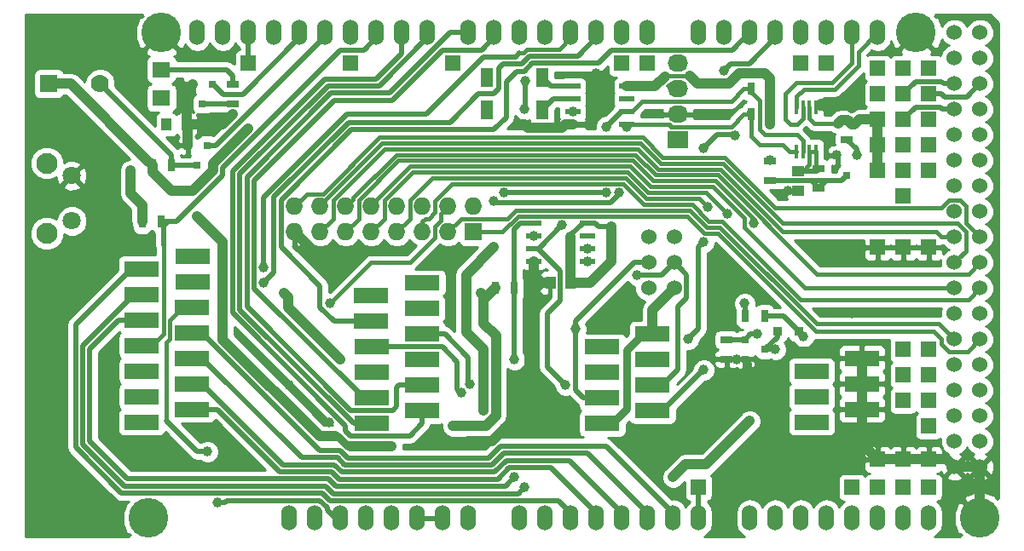
<source format=gtl>
G04 #@! TF.FileFunction,Copper,L1,Top,Signal*
%FSLAX46Y46*%
G04 Gerber Fmt 4.6, Leading zero omitted, Abs format (unit mm)*
G04 Created by KiCad (PCBNEW 4.0.2-4+6225~38~ubuntu14.04.1-stable) date Fri 18 Mar 2016 20:44:09 GMT*
%MOMM*%
G01*
G04 APERTURE LIST*
%ADD10C,0.100000*%
%ADD11R,1.000000X1.250000*%
%ADD12R,1.250000X1.000000*%
%ADD13R,1.800860X1.597660*%
%ADD14R,3.500000X1.500000*%
%ADD15R,2.032000X1.727200*%
%ADD16O,2.032000X1.727200*%
%ADD17R,1.727200X1.727200*%
%ADD18O,1.727200X1.727200*%
%ADD19R,1.524000X1.524000*%
%ADD20R,0.800100X0.800100*%
%ADD21R,0.700000X1.300000*%
%ADD22R,1.300000X0.700000*%
%ADD23R,1.550000X0.600000*%
%ADD24R,0.450000X1.450000*%
%ADD25R,1.300000X1.900000*%
%ADD26R,1.778000X1.778000*%
%ADD27C,1.778000*%
%ADD28C,1.800000*%
%ADD29C,2.100000*%
%ADD30O,1.524000X2.540000*%
%ADD31C,3.937000*%
%ADD32C,1.524000*%
%ADD33R,0.900000X0.900000*%
%ADD34C,1.000000*%
%ADD35C,1.024000*%
%ADD36C,0.508000*%
%ADD37C,0.381000*%
%ADD38C,0.254000*%
%ADD39C,0.762000*%
G04 APERTURE END LIST*
D10*
D11*
X179816000Y-106172000D03*
X177816000Y-106172000D03*
X139700000Y-90424000D03*
X141700000Y-90424000D03*
D12*
X202438000Y-95012000D03*
X202438000Y-97012000D03*
D13*
X139192000Y-87779860D03*
X139192000Y-84940140D03*
D14*
X137200000Y-120015000D03*
X142240000Y-118745000D03*
X137240000Y-117475000D03*
X142240000Y-116205000D03*
X137240000Y-114935000D03*
X142240000Y-113665000D03*
X137240000Y-112395000D03*
X142240000Y-111125000D03*
X137200000Y-109855000D03*
X142240000Y-108585000D03*
X137200000Y-107315000D03*
X142280000Y-106045000D03*
X137200000Y-104775000D03*
X142280000Y-103505000D03*
X182960000Y-120142000D03*
X187960000Y-118872000D03*
X182960000Y-117602000D03*
X187960000Y-116332000D03*
X182960000Y-115062000D03*
X187960000Y-113792000D03*
X182960000Y-112522000D03*
X187960000Y-111252000D03*
X203748000Y-120015000D03*
X208748000Y-118745000D03*
X203748000Y-117475000D03*
X208748000Y-116205000D03*
X203748000Y-114935000D03*
X208748000Y-113665000D03*
X160060000Y-120142000D03*
X165060000Y-118872000D03*
X160060000Y-117602000D03*
X165060000Y-116332000D03*
X160060000Y-115062000D03*
X165060000Y-113792000D03*
X160060000Y-112522000D03*
X165060000Y-111252000D03*
X160020000Y-109982000D03*
X165060000Y-108712000D03*
X160020000Y-107442000D03*
X165100000Y-106172000D03*
D15*
X190500000Y-91948000D03*
D16*
X190500000Y-89408000D03*
X190500000Y-86868000D03*
X190500000Y-84328000D03*
D17*
X170180000Y-101092000D03*
D18*
X170180000Y-98552000D03*
X167640000Y-101092000D03*
X167640000Y-98552000D03*
X165100000Y-101092000D03*
X165100000Y-98552000D03*
X162560000Y-101092000D03*
X162560000Y-98552000D03*
X160020000Y-101092000D03*
X160020000Y-98552000D03*
X157480000Y-101092000D03*
X157480000Y-98552000D03*
X154940000Y-101092000D03*
X154940000Y-98552000D03*
X152400000Y-101092000D03*
X152400000Y-98552000D03*
D19*
X207772000Y-126492000D03*
X210312000Y-126492000D03*
X212852000Y-126492000D03*
X215392000Y-126492000D03*
X215392000Y-120396000D03*
X215392000Y-117856000D03*
X212852000Y-117856000D03*
X215392000Y-115316000D03*
X212852000Y-115316000D03*
X215392000Y-112776000D03*
X212852000Y-112776000D03*
X147828000Y-84328000D03*
X157988000Y-84328000D03*
X168148000Y-84328000D03*
X184912000Y-84328000D03*
X187452000Y-84328000D03*
X202692000Y-84328000D03*
X205232000Y-84328000D03*
X210312000Y-87376000D03*
X212852000Y-87376000D03*
X215392000Y-87376000D03*
X212852000Y-89916000D03*
X215392000Y-89916000D03*
X212852000Y-92456000D03*
X215392000Y-92456000D03*
X212852000Y-94996000D03*
X215392000Y-94996000D03*
X212852000Y-97536000D03*
X210312000Y-89916000D03*
X210312000Y-94996000D03*
X210312000Y-92456000D03*
X210312000Y-84836000D03*
X212852000Y-84836000D03*
X215392000Y-84836000D03*
X212852000Y-102616000D03*
X215392000Y-102616000D03*
X210312000Y-102616000D03*
D20*
X144206000Y-86375240D03*
X142306000Y-86375240D03*
X143256000Y-88374220D03*
X143698000Y-92489020D03*
X141798000Y-92489020D03*
X142748000Y-94488000D03*
X208214000Y-93472000D03*
X206314000Y-93472000D03*
X207264000Y-95470980D03*
D21*
X137292000Y-100076000D03*
X139192000Y-100076000D03*
X172344000Y-106680000D03*
X174244000Y-106680000D03*
D22*
X146304000Y-86426000D03*
X146304000Y-88326000D03*
D21*
X138308000Y-94488000D03*
X140208000Y-94488000D03*
X197744000Y-86868000D03*
X199644000Y-86868000D03*
X197744000Y-89408000D03*
X199644000Y-89408000D03*
D22*
X207264000Y-91882000D03*
X207264000Y-89982000D03*
X204470000Y-96708000D03*
X204470000Y-94808000D03*
X199644000Y-95946000D03*
X199644000Y-94046000D03*
D23*
X176116000Y-100203000D03*
X176116000Y-101473000D03*
X176116000Y-102743000D03*
X176116000Y-104013000D03*
X181516000Y-104013000D03*
X181516000Y-102743000D03*
X181516000Y-101473000D03*
X181516000Y-100203000D03*
D24*
X204175000Y-88732000D03*
X203525000Y-88732000D03*
X202875000Y-88732000D03*
X202225000Y-88732000D03*
X202225000Y-93132000D03*
X202875000Y-93132000D03*
X203525000Y-93132000D03*
X204175000Y-93132000D03*
D23*
X180020000Y-86614000D03*
X180020000Y-87884000D03*
X180020000Y-89154000D03*
X180020000Y-90424000D03*
X185420000Y-90424000D03*
X185420000Y-89154000D03*
X185420000Y-87884000D03*
X185420000Y-86614000D03*
D25*
X176994000Y-85776000D03*
X171494000Y-85776000D03*
X171494000Y-88976000D03*
X176994000Y-88976000D03*
D26*
X128016000Y-86360000D03*
D27*
X133096000Y-86360000D03*
D28*
X130282000Y-100004000D03*
X130282000Y-95504000D03*
D29*
X127782000Y-101254000D03*
X127782000Y-94254000D03*
D19*
X210312000Y-123698000D03*
X212852000Y-123698000D03*
X215392000Y-123698000D03*
D30*
X192532000Y-81280000D03*
X195072000Y-81280000D03*
X197612000Y-81280000D03*
X200152000Y-81280000D03*
X202692000Y-81280000D03*
X205232000Y-81280000D03*
X207772000Y-81280000D03*
X210312000Y-81280000D03*
X215392000Y-129540000D03*
X212852000Y-129540000D03*
X210312000Y-129540000D03*
X207772000Y-129540000D03*
X197612000Y-129540000D03*
X192532000Y-129540000D03*
X189992000Y-129540000D03*
X200152000Y-129540000D03*
X202692000Y-129540000D03*
X205232000Y-129540000D03*
X187452000Y-129540000D03*
X184912000Y-129540000D03*
X182372000Y-129540000D03*
X174752000Y-129540000D03*
X177292000Y-129540000D03*
X179832000Y-129540000D03*
X169672000Y-129540000D03*
X167132000Y-129540000D03*
X164592000Y-129540000D03*
X159512000Y-129540000D03*
X156972000Y-129540000D03*
X187452000Y-81280000D03*
X184912000Y-81280000D03*
X182372000Y-81280000D03*
X179832000Y-81280000D03*
X177292000Y-81280000D03*
X174752000Y-81280000D03*
X172212000Y-81280000D03*
X169672000Y-81280000D03*
X165608000Y-81280000D03*
X163068000Y-81280000D03*
X160528000Y-81280000D03*
X157988000Y-81280000D03*
X155448000Y-81280000D03*
X152908000Y-81280000D03*
X150368000Y-81280000D03*
X147828000Y-81280000D03*
X162052000Y-129540000D03*
D31*
X220472000Y-129540000D03*
X214122000Y-81280000D03*
X139192000Y-81280000D03*
X137922000Y-129540000D03*
D32*
X217932000Y-83820000D03*
X220472000Y-83820000D03*
X217932000Y-86360000D03*
X220472000Y-86360000D03*
X217932000Y-88900000D03*
X220472000Y-88900000D03*
X217932000Y-91440000D03*
X220472000Y-91440000D03*
X217932000Y-81280000D03*
X220472000Y-81280000D03*
X220472000Y-93980000D03*
X217932000Y-93980000D03*
X217932000Y-96520000D03*
X220472000Y-96520000D03*
X217932000Y-99060000D03*
X220472000Y-99060000D03*
X217932000Y-101600000D03*
X220472000Y-101600000D03*
X217932000Y-104140000D03*
X220472000Y-104140000D03*
X217932000Y-106680000D03*
X220472000Y-106680000D03*
X217932000Y-109220000D03*
X220472000Y-109220000D03*
X217932000Y-111760000D03*
X220472000Y-111760000D03*
X217932000Y-114300000D03*
X220472000Y-114300000D03*
X217932000Y-116840000D03*
X220472000Y-116840000D03*
X217932000Y-119380000D03*
X220472000Y-119380000D03*
X217932000Y-121920000D03*
X220472000Y-121920000D03*
X217932000Y-124460000D03*
X220472000Y-124460000D03*
D30*
X145288000Y-81280000D03*
X142748000Y-81280000D03*
D32*
X187579000Y-101600000D03*
X190119000Y-101600000D03*
X187579000Y-104140000D03*
X187579000Y-106680000D03*
X190119000Y-104140000D03*
X190119000Y-106680000D03*
D30*
X154432000Y-129540000D03*
X151892000Y-129540000D03*
D19*
X192532000Y-126492000D03*
D20*
X197119240Y-111826000D03*
X197119240Y-113726000D03*
X199118220Y-112776000D03*
D22*
X195326000Y-111826000D03*
X195326000Y-113726000D03*
D21*
X197170000Y-109474000D03*
X199070000Y-109474000D03*
D33*
X200367000Y-110998000D03*
X202477000Y-110998000D03*
D34*
X170942000Y-107188000D03*
X171196000Y-109170002D03*
X197104000Y-108204000D03*
X139192000Y-87779860D03*
X136144000Y-94996000D03*
X137292000Y-100076000D03*
X151384000Y-107188000D03*
X156972000Y-113792000D03*
X168148000Y-120396000D03*
X179816000Y-106172000D03*
X206380000Y-90292000D03*
X183896000Y-100584000D03*
X201422000Y-97028000D03*
X206248000Y-93472000D03*
X207772000Y-88806020D03*
X196342000Y-113792000D03*
X207772000Y-109220000D03*
X195072000Y-129794000D03*
X182372000Y-85344000D03*
X195072000Y-117348000D03*
X192024000Y-120396000D03*
X173228000Y-120660027D03*
X184404000Y-110236000D03*
X176276000Y-114300000D03*
X168148000Y-103632000D03*
X147828000Y-123952000D03*
X155816536Y-120027464D03*
X151892000Y-116332000D03*
X146304000Y-89408000D03*
X141793990Y-92489020D03*
X169672000Y-121920000D03*
X159004000Y-103124000D03*
X208748000Y-113665000D03*
X175260000Y-90424000D03*
X180020000Y-90424000D03*
X176116000Y-104013000D03*
X204724000Y-88392000D03*
X147752327Y-90856327D03*
X139700000Y-90424000D03*
X137668000Y-93848000D03*
X142748000Y-99568000D03*
X140208000Y-97028000D03*
X162052000Y-122428000D03*
X185420000Y-86614000D03*
X199644000Y-93980000D03*
X199644000Y-90424000D03*
X182960000Y-115062000D03*
X176116000Y-101473000D03*
X137240000Y-117475000D03*
X186436000Y-105410000D03*
X137240000Y-114935000D03*
X181516000Y-104013000D03*
X174244000Y-125476000D03*
X175260000Y-126492000D03*
X149352000Y-106172000D03*
X142280000Y-106045000D03*
X149352000Y-104648000D03*
X142280000Y-103505000D03*
X193040000Y-114792000D03*
X175260000Y-88900000D03*
X175271143Y-86080921D03*
X193040000Y-102108000D03*
X195072000Y-85032010D03*
X196156130Y-91459109D03*
X193040000Y-92797452D03*
X187960000Y-113792000D03*
X191516000Y-111760000D03*
X182960000Y-112522000D03*
X172212000Y-102616000D03*
X171171742Y-118872000D03*
X203748000Y-120015000D03*
X197612000Y-119888000D03*
X189992000Y-125476000D03*
X178982587Y-100417413D03*
X180020000Y-89154000D03*
X203748000Y-117475000D03*
X179324000Y-116332000D03*
X160060000Y-115062000D03*
X165060000Y-113792000D03*
X168918246Y-117085754D03*
X169766775Y-116237225D03*
X160020000Y-107442000D03*
X165100000Y-105918000D03*
X172212000Y-98044000D03*
X185420000Y-90620010D03*
X184588003Y-97200990D03*
X173228000Y-97200990D03*
X183388000Y-97200990D03*
X183388000Y-90620010D03*
X208214000Y-93472000D03*
X174244000Y-113792000D03*
X193468198Y-98631802D03*
X195367884Y-99272116D03*
X197967556Y-100228444D03*
X137200000Y-120015000D03*
X180340000Y-110744000D03*
X181516000Y-102743000D03*
X144780000Y-128016000D03*
X143764000Y-122936000D03*
X155956000Y-108204000D03*
X142240000Y-108585000D03*
X203708000Y-115062000D03*
X200152000Y-112776000D03*
X202946000Y-111506000D03*
X198374000Y-111252000D03*
D35*
X171196000Y-107442000D02*
X171196000Y-108204000D01*
X170942000Y-107188000D02*
X171196000Y-107442000D01*
X171196000Y-109170002D02*
X171196000Y-108966000D01*
D36*
X197170000Y-108270000D02*
X197170000Y-109474000D01*
X197104000Y-108204000D02*
X197170000Y-108270000D01*
D35*
X136144000Y-97254000D02*
X136144000Y-94996000D01*
X137292000Y-100076000D02*
X137292000Y-98402000D01*
X137292000Y-98402000D02*
X136144000Y-97254000D01*
X151772967Y-108592967D02*
X151772967Y-107576967D01*
X151772967Y-107576967D02*
X151384000Y-107188000D01*
X156972000Y-113792000D02*
X151772967Y-108592967D01*
X171196000Y-110186010D02*
X172395752Y-111385762D01*
X172395752Y-111385762D02*
X172395752Y-119379001D01*
X172395752Y-119379001D02*
X171378753Y-120396000D01*
X171378753Y-120396000D02*
X168148000Y-120396000D01*
X210312000Y-92456000D02*
X210312000Y-94996000D01*
X210312000Y-89916000D02*
X210312000Y-92456000D01*
X207772000Y-90424000D02*
X208018000Y-90424000D01*
X208018000Y-90424000D02*
X208526000Y-89916000D01*
X208526000Y-89916000D02*
X210312000Y-89916000D01*
X207330000Y-89982000D02*
X207772000Y-90424000D01*
X207264000Y-89982000D02*
X207330000Y-89982000D01*
X179816000Y-106172000D02*
X181713602Y-106172000D01*
X183896000Y-103989602D02*
X183896000Y-101291106D01*
X181713602Y-106172000D02*
X183896000Y-103989602D01*
X183896000Y-101291106D02*
X183896000Y-100584000D01*
X171196000Y-108204000D02*
X171196000Y-107828000D01*
X171196000Y-107828000D02*
X172344000Y-106680000D01*
X171196000Y-108966000D02*
X171196000Y-108204000D01*
X171196000Y-110186010D02*
X171196000Y-108966000D01*
D37*
X206380000Y-90292000D02*
X203979000Y-90292000D01*
X203979000Y-90292000D02*
X203525000Y-89838000D01*
X203525000Y-89838000D02*
X203525000Y-88732000D01*
D35*
X207264000Y-89982000D02*
X206690000Y-89982000D01*
X206690000Y-89982000D02*
X206380000Y-90292000D01*
X179816000Y-106172000D02*
X179816000Y-101600000D01*
D36*
X181516000Y-100203000D02*
X181041000Y-100203000D01*
X181041000Y-100203000D02*
X179816000Y-101428000D01*
X179816000Y-101428000D02*
X179816000Y-101600000D01*
X182626000Y-100584000D02*
X183896000Y-100584000D01*
X181516000Y-100203000D02*
X182245000Y-100203000D01*
X182245000Y-100203000D02*
X182626000Y-100584000D01*
D37*
X202438000Y-97012000D02*
X202422000Y-97028000D01*
X202422000Y-97028000D02*
X201422000Y-97028000D01*
D35*
X204724000Y-88392000D02*
X207357980Y-88392000D01*
X207357980Y-88392000D02*
X207772000Y-88806020D01*
D36*
X197119240Y-113726000D02*
X197612000Y-114218760D01*
X197612000Y-114218760D02*
X197612000Y-114808000D01*
X202184000Y-112776000D02*
X200152000Y-114808000D01*
X200152000Y-114808000D02*
X197612000Y-114808000D01*
X196088000Y-127000000D02*
X195072000Y-128016000D01*
X208748000Y-120003000D02*
X201751000Y-127000000D01*
X208748000Y-118745000D02*
X208748000Y-120003000D01*
X201751000Y-127000000D02*
X196088000Y-127000000D01*
X195072000Y-128016000D02*
X195072000Y-129794000D01*
D35*
X215392000Y-123698000D02*
X217170000Y-123698000D01*
X217170000Y-123698000D02*
X217932000Y-124460000D01*
X212852000Y-123698000D02*
X215392000Y-123698000D01*
X210312000Y-123698000D02*
X212852000Y-123698000D01*
X208748000Y-118745000D02*
X208748000Y-122134000D01*
X208748000Y-122134000D02*
X210312000Y-123698000D01*
D36*
X182372000Y-89355000D02*
X182372000Y-85344000D01*
X180020000Y-90424000D02*
X181303000Y-90424000D01*
X181303000Y-90424000D02*
X182372000Y-89355000D01*
X195072000Y-117348000D02*
X192024000Y-120396000D01*
X197612000Y-114808000D02*
X195072000Y-117348000D01*
X205601000Y-112776000D02*
X202184000Y-112776000D01*
X208748000Y-113665000D02*
X206490000Y-113665000D01*
X206490000Y-113665000D02*
X205601000Y-112776000D01*
D35*
X172476027Y-121412000D02*
X175768000Y-118120027D01*
X171968027Y-121920000D02*
X172476027Y-121412000D01*
D36*
X172476027Y-121412000D02*
X173228000Y-120660027D01*
D35*
X175768000Y-114300000D02*
X175768000Y-107355000D01*
X175768000Y-118120027D02*
X175768000Y-114300000D01*
D36*
X175768000Y-114300000D02*
X176276000Y-114300000D01*
D38*
X151892000Y-116332000D02*
X155587464Y-120027464D01*
X155587464Y-120027464D02*
X155816536Y-120027464D01*
D35*
X141700000Y-90424000D02*
X141700000Y-86981240D01*
X141700000Y-86981240D02*
X142306000Y-86375240D01*
X146304000Y-89408000D02*
X145288000Y-90424000D01*
X145288000Y-90424000D02*
X141700000Y-90424000D01*
X141793990Y-92489020D02*
X141793990Y-90517990D01*
X141793990Y-90517990D02*
X141700000Y-90424000D01*
X176116000Y-105337000D02*
X176116000Y-107007000D01*
X176116000Y-107007000D02*
X175768000Y-107355000D01*
X175768000Y-107355000D02*
X176951000Y-106172000D01*
X169672000Y-121920000D02*
X171968027Y-121920000D01*
X159004000Y-103124000D02*
X154432000Y-103124000D01*
X154432000Y-103124000D02*
X152400000Y-101092000D01*
X175768000Y-90759893D02*
X175595893Y-90759893D01*
X175595893Y-90759893D02*
X175260000Y-90424000D01*
X180020000Y-90424000D02*
X179301913Y-90424000D01*
X179301913Y-90424000D02*
X178966020Y-90759893D01*
X178966020Y-90759893D02*
X175768000Y-90759893D01*
X176116000Y-104013000D02*
X176116000Y-105337000D01*
X176116000Y-105337000D02*
X176951000Y-106172000D01*
X176951000Y-106172000D02*
X177803991Y-106172000D01*
D37*
X204175000Y-88732000D02*
X204384000Y-88732000D01*
X204384000Y-88732000D02*
X204724000Y-88392000D01*
D35*
X190655000Y-89154000D02*
X190180000Y-89154000D01*
X220472000Y-124460000D02*
X217932000Y-124460000D01*
X220472000Y-129540000D02*
X220472000Y-124460000D01*
X208748000Y-116205000D02*
X208748000Y-118745000D01*
X208748000Y-113665000D02*
X208748000Y-116205000D01*
X128016000Y-86360000D02*
X130180000Y-86360000D01*
X130180000Y-86360000D02*
X137668000Y-93848000D01*
X140208000Y-97028000D02*
X142289702Y-97028000D01*
X142289702Y-97028000D02*
X144321991Y-94995711D01*
X144321991Y-94995711D02*
X144321991Y-94286663D01*
X144321991Y-94286663D02*
X147752327Y-90856327D01*
X138308000Y-94488000D02*
X137668000Y-93848000D01*
X145288000Y-102108000D02*
X145288000Y-111806856D01*
X145288000Y-111806856D02*
X154893144Y-121412000D01*
X154893144Y-121412000D02*
X156464000Y-121412000D01*
X142748000Y-99568000D02*
X145288000Y-102108000D01*
X138308000Y-94488000D02*
X138308000Y-95128000D01*
X138308000Y-95128000D02*
X140208000Y-97028000D01*
D39*
X156721515Y-121412000D02*
X156464000Y-121412000D01*
X157922777Y-122428000D02*
X157737515Y-122428000D01*
X157737515Y-122428000D02*
X156721515Y-121412000D01*
D35*
X162052000Y-122428000D02*
X157922777Y-122428000D01*
X195580000Y-86360000D02*
X196596000Y-85344000D01*
X196596000Y-85344000D02*
X199136000Y-85344000D01*
X192372649Y-86360000D02*
X195580000Y-86360000D01*
X191610649Y-85598000D02*
X192372649Y-86360000D01*
D37*
X189223544Y-85582110D02*
X191610649Y-85598000D01*
X189157664Y-85647990D02*
X189223544Y-85582110D01*
D35*
X185420000Y-86614000D02*
X188191654Y-86614000D01*
X188191654Y-86614000D02*
X189157664Y-85647990D01*
X199644000Y-89408000D02*
X199644000Y-90424000D01*
X199644000Y-85852000D02*
X199136000Y-85344000D01*
X199644000Y-86868000D02*
X199644000Y-85852000D01*
X199644000Y-89408000D02*
X199644000Y-86868000D01*
D36*
X146304000Y-86426000D02*
X146304000Y-85568000D01*
X146304000Y-85568000D02*
X145676140Y-84940140D01*
X145676140Y-84940140D02*
X140600430Y-84940140D01*
X140600430Y-84940140D02*
X139192000Y-84940140D01*
X142240000Y-118745000D02*
X144778724Y-118745000D01*
X144778724Y-118745000D02*
X150963685Y-124929961D01*
X150963685Y-124929961D02*
X156054764Y-124929961D01*
X173736000Y-124521999D02*
X177861999Y-124521999D01*
X156054764Y-124929961D02*
X156816763Y-125691960D01*
X156816763Y-125691960D02*
X172566039Y-125691960D01*
X172566039Y-125691960D02*
X173736000Y-124521999D01*
X177861999Y-124521999D02*
X182372000Y-129032000D01*
X182372000Y-129032000D02*
X182372000Y-129540000D01*
X142240000Y-116205000D02*
X143240000Y-116205000D01*
X143240000Y-116205000D02*
X151256952Y-124221952D01*
X151256952Y-124221952D02*
X156348031Y-124221952D01*
X157094079Y-124968000D02*
X172288723Y-124968000D01*
X172288723Y-124968000D02*
X173442734Y-123813989D01*
X156348031Y-124221952D02*
X157094079Y-124968000D01*
X184912000Y-129032000D02*
X184912000Y-129540000D01*
X173442734Y-123813989D02*
X179693989Y-123813989D01*
X179693989Y-123813989D02*
X184912000Y-129032000D01*
X190119000Y-104140000D02*
X188849000Y-105410000D01*
X188849000Y-105410000D02*
X186436000Y-105410000D01*
X191335001Y-107696000D02*
X191335001Y-105356001D01*
X190500000Y-114792000D02*
X190500000Y-108531001D01*
X190500000Y-108531001D02*
X191335001Y-107696000D01*
X187960000Y-116332000D02*
X188960000Y-116332000D01*
X188960000Y-116332000D02*
X190500000Y-114792000D01*
X190880999Y-104901999D02*
X190119000Y-104140000D01*
X191335001Y-105356001D02*
X190880999Y-104901999D01*
X142240000Y-113665000D02*
X143240000Y-113665000D01*
X143240000Y-113665000D02*
X153088942Y-123513942D01*
X153088942Y-123513942D02*
X156641298Y-123513942D01*
X156641298Y-123513942D02*
X157387345Y-124259990D01*
X173149468Y-123105979D02*
X181525979Y-123105979D01*
X157387345Y-124259990D02*
X171995457Y-124259990D01*
X171995457Y-124259990D02*
X173149468Y-123105979D01*
X181525979Y-123105979D02*
X187452000Y-129032000D01*
X187452000Y-129032000D02*
X187452000Y-129540000D01*
X145288000Y-95504000D02*
X140716000Y-100076000D01*
X140716000Y-100076000D02*
X139192000Y-100076000D01*
X145288000Y-94686798D02*
X145288000Y-95504000D01*
X156970788Y-83004010D02*
X145288000Y-94686798D01*
X139192000Y-100076000D02*
X139501202Y-100076000D01*
X139501202Y-100076000D02*
X139700000Y-100274798D01*
X160528000Y-81280000D02*
X160528000Y-81788000D01*
X160528000Y-81788000D02*
X159311990Y-83004010D01*
X159311990Y-83004010D02*
X156970788Y-83004010D01*
X139404001Y-100570797D02*
X139404001Y-102403999D01*
X137240000Y-112395000D02*
X138240000Y-112395000D01*
D37*
X138240000Y-112395000D02*
X139404001Y-111230999D01*
X139404001Y-111230999D02*
X139404001Y-102403999D01*
D36*
X142240000Y-111125000D02*
X143240000Y-111125000D01*
X143240000Y-111125000D02*
X154920932Y-122805932D01*
X154920932Y-122805932D02*
X156934565Y-122805932D01*
X157680612Y-123551980D02*
X171702191Y-123551980D01*
X156934565Y-122805932D02*
X157680612Y-123551980D01*
X171702191Y-123551980D02*
X172856202Y-122397969D01*
X172856202Y-122397969D02*
X183357969Y-122397969D01*
X183357969Y-122397969D02*
X189992000Y-129032000D01*
X189992000Y-129032000D02*
X189992000Y-129540000D01*
X174244000Y-125476000D02*
X173320030Y-126399970D01*
X134942000Y-109855000D02*
X137200000Y-109855000D01*
X173320030Y-126399970D02*
X156523496Y-126399970D01*
X132080000Y-112717000D02*
X134942000Y-109855000D01*
X156523496Y-126399970D02*
X155761497Y-125637971D01*
X132080000Y-121920000D02*
X132080000Y-112717000D01*
X155761497Y-125637971D02*
X135797971Y-125637971D01*
X135797971Y-125637971D02*
X132080000Y-121920000D01*
X177292000Y-129540000D02*
X177292000Y-129032000D01*
X175260000Y-126492000D02*
X174644020Y-127107980D01*
X174644020Y-127107980D02*
X156230230Y-127107980D01*
X156230230Y-127107980D02*
X155468231Y-126345981D01*
X155468231Y-126345981D02*
X135504704Y-126345981D01*
X135504704Y-126345981D02*
X131371990Y-122213266D01*
X131371990Y-122213266D02*
X131371990Y-112423733D01*
X131371990Y-112423733D02*
X136480724Y-107315000D01*
X136480724Y-107315000D02*
X137200000Y-107315000D01*
X149352000Y-106172000D02*
X150368000Y-105156000D01*
X150368000Y-105156000D02*
X150368000Y-97632674D01*
X150368000Y-97632674D02*
X157776684Y-90223990D01*
X157776684Y-90223990D02*
X167828808Y-90223990D01*
X167828808Y-90223990D02*
X170676798Y-87376000D01*
X170676798Y-87376000D02*
X172212000Y-87376000D01*
X182372000Y-81788000D02*
X182372000Y-81280000D01*
X172212000Y-87376000D02*
X172720000Y-86868000D01*
X174931491Y-84420030D02*
X175731531Y-83619990D01*
X172720000Y-86868000D02*
X172720000Y-84836000D01*
X172720000Y-84836000D02*
X173135970Y-84420030D01*
X175731531Y-83619990D02*
X180540010Y-83619990D01*
X173135970Y-84420030D02*
X174931491Y-84420030D01*
X180540010Y-83619990D02*
X182372000Y-81788000D01*
X137200000Y-104775000D02*
X136200000Y-104775000D01*
X179832000Y-129032000D02*
X179832000Y-129540000D01*
X136200000Y-104775000D02*
X130663980Y-110311020D01*
X135211437Y-127053991D02*
X155174965Y-127053991D01*
X130663980Y-110311020D02*
X130663980Y-122506533D01*
X130663980Y-122506533D02*
X135211437Y-127053991D01*
X155174965Y-127053991D02*
X155936963Y-127815990D01*
X155936963Y-127815990D02*
X178615990Y-127815990D01*
X178615990Y-127815990D02*
X179832000Y-129032000D01*
X149352000Y-104648000D02*
X149352000Y-97647397D01*
X171140778Y-83712020D02*
X174351980Y-83712020D01*
X149352000Y-97647397D02*
X157591397Y-89408000D01*
X157591397Y-89408000D02*
X165444798Y-89408000D01*
X165444798Y-89408000D02*
X171140778Y-83712020D01*
X174351980Y-83712020D02*
X174752000Y-83312000D01*
D37*
X175128047Y-83312000D02*
X174752000Y-83312000D01*
X179832000Y-81280000D02*
X179832000Y-81788000D01*
X179832000Y-81788000D02*
X178679490Y-82940510D01*
X178679490Y-82940510D02*
X175499537Y-82940510D01*
X175499537Y-82940510D02*
X175128047Y-83312000D01*
D36*
X179832000Y-81280000D02*
X179832000Y-81589202D01*
D35*
X187960000Y-111252000D02*
X187960000Y-108839000D01*
X187960000Y-108839000D02*
X190119000Y-106680000D01*
D39*
X185420000Y-118682000D02*
X185420000Y-112792000D01*
X185420000Y-112792000D02*
X186960000Y-111252000D01*
X186960000Y-111252000D02*
X187960000Y-111252000D01*
D36*
X182960000Y-120142000D02*
X183960000Y-120142000D01*
D39*
X183960000Y-120142000D02*
X185420000Y-118682000D01*
D36*
X188960000Y-118872000D02*
X193040000Y-114792000D01*
X175271143Y-86080921D02*
X175271143Y-88888857D01*
X175271143Y-88888857D02*
X175260000Y-88900000D01*
X187960000Y-118872000D02*
X188960000Y-118872000D01*
X192532000Y-102616000D02*
X193040000Y-102108000D01*
X195072000Y-85032010D02*
X195726020Y-84377990D01*
X195726020Y-84377990D02*
X197562010Y-84377990D01*
X197562010Y-84377990D02*
X200152000Y-81788000D01*
X200152000Y-81788000D02*
X200152000Y-81280000D01*
X194397452Y-91440000D02*
X196137021Y-91440000D01*
X196137021Y-91440000D02*
X196156130Y-91459109D01*
X193040000Y-92797452D02*
X194397452Y-91440000D01*
X191516000Y-111760000D02*
X192532000Y-110744000D01*
X192532000Y-110744000D02*
X192532000Y-102616000D01*
D35*
X169463990Y-111043990D02*
X169463990Y-105364010D01*
X189992000Y-125476000D02*
X191262000Y-124206000D01*
X191262000Y-124206000D02*
X193294000Y-124206000D01*
X193294000Y-124206000D02*
X197612000Y-119888000D01*
X171171742Y-112751742D02*
X171171742Y-118872000D01*
X169463990Y-105364010D02*
X172212000Y-102616000D01*
X171171742Y-112751742D02*
X169463990Y-111043990D01*
D36*
X178982587Y-100417413D02*
X176657000Y-102743000D01*
X176657000Y-102743000D02*
X176116000Y-102743000D01*
X177480000Y-109220000D02*
X177480000Y-114488000D01*
X176116000Y-102743000D02*
X176591000Y-102743000D01*
X176591000Y-102743000D02*
X178770001Y-104922001D01*
X178770001Y-104922001D02*
X178770001Y-107929999D01*
X178770001Y-107929999D02*
X177480000Y-109220000D01*
X177480000Y-114488000D02*
X179324000Y-116332000D01*
X165608000Y-81280000D02*
X165608000Y-81788000D01*
X165608000Y-81788000D02*
X160821266Y-86574734D01*
X160821266Y-86574734D02*
X155726541Y-86574734D01*
X155726541Y-86574734D02*
X146981979Y-95319296D01*
X146981979Y-95319296D02*
X146981979Y-108842457D01*
X146981979Y-108842457D02*
X158281522Y-120142000D01*
X158281522Y-120142000D02*
X160060000Y-120142000D01*
X159060000Y-120142000D02*
X160060000Y-120142000D01*
X163068000Y-81280000D02*
X163068000Y-83326724D01*
X163068000Y-83326724D02*
X160528000Y-85866724D01*
X160528000Y-85866724D02*
X155433274Y-85866724D01*
X155433274Y-85866724D02*
X146273969Y-95026029D01*
X146273969Y-95026029D02*
X146273969Y-109135724D01*
X146273969Y-109135724D02*
X157480000Y-120341755D01*
X157480000Y-120341755D02*
X157480000Y-120879202D01*
X157480000Y-120879202D02*
X157946799Y-121346001D01*
X157946799Y-121346001D02*
X163843999Y-121346001D01*
X165060000Y-120130000D02*
X165060000Y-118872000D01*
X163843999Y-121346001D02*
X165060000Y-120130000D01*
X160060000Y-117602000D02*
X159282798Y-117602000D01*
X167112963Y-83004010D02*
X170995990Y-83004010D01*
X159282798Y-117602000D02*
X148397999Y-106717201D01*
X148397999Y-106717201D02*
X148397999Y-95950001D01*
X156357246Y-87990754D02*
X162126219Y-87990754D01*
X148397999Y-95950001D02*
X156357246Y-87990754D01*
X162126219Y-87990754D02*
X167112963Y-83004010D01*
X170995990Y-83004010D02*
X172212000Y-81788000D01*
X172212000Y-81788000D02*
X172212000Y-81280000D01*
X162560000Y-118419202D02*
X162173201Y-118806001D01*
X165060000Y-116332000D02*
X162802000Y-116332000D01*
X162802000Y-116332000D02*
X162560000Y-116574000D01*
X162560000Y-116574000D02*
X162560000Y-118419202D01*
X162173201Y-118806001D02*
X157946799Y-118806001D01*
X157946799Y-118806001D02*
X147689989Y-108549191D01*
X161832953Y-87282744D02*
X167835697Y-81280000D01*
X147689989Y-108549191D02*
X147689989Y-95612563D01*
X147689989Y-95612563D02*
X156019808Y-87282744D01*
X156019808Y-87282744D02*
X161832953Y-87282744D01*
X167835697Y-81280000D02*
X169672000Y-81280000D01*
X167107202Y-112522000D02*
X168571117Y-113985915D01*
X168571117Y-113985915D02*
X168571117Y-116738625D01*
X168571117Y-116738625D02*
X168918246Y-117085754D01*
X160060000Y-112522000D02*
X167107202Y-112522000D01*
X169672000Y-113606000D02*
X169672000Y-116142450D01*
X169672000Y-116142450D02*
X169766775Y-116237225D01*
X165060000Y-111252000D02*
X167318000Y-111252000D01*
X167318000Y-111252000D02*
X169672000Y-113606000D01*
X160020000Y-109982000D02*
X156322078Y-109982000D01*
X175224758Y-85128040D02*
X176024798Y-84328000D01*
X182570798Y-84328000D02*
X183894788Y-83004010D01*
X195887990Y-83004010D02*
X197612000Y-81280000D01*
X156322078Y-109982000D02*
X154940000Y-108599922D01*
X158069950Y-90932000D02*
X172212000Y-90932000D01*
X154940000Y-108599922D02*
X154940000Y-106473601D01*
X154940000Y-106473601D02*
X151082399Y-102616000D01*
X174459960Y-85128040D02*
X175224758Y-85128040D01*
X176024798Y-84328000D02*
X182570798Y-84328000D01*
X151082399Y-102616000D02*
X151082399Y-97919551D01*
X151082399Y-97919551D02*
X158069950Y-90932000D01*
X183894788Y-83004010D02*
X195887990Y-83004010D01*
X172212000Y-90932000D02*
X173428009Y-89715991D01*
X173428009Y-89715991D02*
X173428009Y-86159991D01*
X173428009Y-86159991D02*
X174459960Y-85128040D01*
X165100000Y-105918000D02*
X165100000Y-106172000D01*
X190180000Y-86614000D02*
X189557798Y-86614000D01*
X183785009Y-98154991D02*
X172322991Y-98154991D01*
X172322991Y-98154991D02*
X172212000Y-98044000D01*
X183785009Y-98154991D02*
X184588003Y-97351997D01*
X184588003Y-97351997D02*
X184588003Y-97200990D01*
D37*
X185420000Y-90424000D02*
X189590021Y-90424000D01*
X189590021Y-90424000D02*
X189828131Y-90662110D01*
X189828131Y-90662110D02*
X195758890Y-90662110D01*
X195758890Y-90662110D02*
X197013000Y-89408000D01*
X197013000Y-89408000D02*
X197744000Y-89408000D01*
X197490000Y-89154000D02*
X197744000Y-89408000D01*
X198628000Y-92456000D02*
X197744000Y-91572000D01*
X197744000Y-91572000D02*
X197744000Y-89408000D01*
X200854328Y-92456000D02*
X198628000Y-92456000D01*
X202225000Y-93132000D02*
X201530328Y-93132000D01*
X201530328Y-93132000D02*
X200854328Y-92456000D01*
D36*
X183388000Y-97200990D02*
X173228000Y-97200990D01*
X185420000Y-89154000D02*
X184854010Y-89154000D01*
X184854010Y-89154000D02*
X183388000Y-90620010D01*
D37*
X185420000Y-89154000D02*
X185895000Y-89154000D01*
X185895000Y-89154000D02*
X186926890Y-88122110D01*
X186926890Y-88122110D02*
X195758890Y-88122110D01*
X195758890Y-88122110D02*
X197013000Y-86868000D01*
X197013000Y-86868000D02*
X197744000Y-86868000D01*
X198120000Y-87544000D02*
X197744000Y-87168000D01*
X198628000Y-88052000D02*
X198120000Y-87544000D01*
X197744000Y-86868000D02*
X197744000Y-87244000D01*
X198460000Y-87884000D02*
X198628000Y-88052000D01*
X198628000Y-90932000D02*
X198628000Y-88052000D01*
X197744000Y-87168000D02*
X197744000Y-86868000D01*
X199136000Y-91440000D02*
X198628000Y-90932000D01*
X202289000Y-91440000D02*
X199136000Y-91440000D01*
X202875000Y-93132000D02*
X202875000Y-92026000D01*
X202875000Y-92026000D02*
X202289000Y-91440000D01*
D36*
X147828000Y-81280000D02*
X147828000Y-84328000D01*
X212852000Y-87376000D02*
X214068001Y-86159999D01*
X216854370Y-86360000D02*
X217932000Y-86360000D01*
X214068001Y-86159999D02*
X216654369Y-86159999D01*
X216654369Y-86159999D02*
X216854370Y-86360000D01*
X220472000Y-86360000D02*
X219148001Y-87683999D01*
X219148001Y-87683999D02*
X216969999Y-87683999D01*
X216969999Y-87683999D02*
X216662000Y-87376000D01*
X216662000Y-87376000D02*
X215392000Y-87376000D01*
X217932000Y-88900000D02*
X216717202Y-88900000D01*
X216717202Y-88900000D02*
X216517201Y-88699999D01*
X216517201Y-88699999D02*
X214068001Y-88699999D01*
X214068001Y-88699999D02*
X212852000Y-89916000D01*
X144287240Y-86375240D02*
X145303240Y-87391240D01*
X145303240Y-87391240D02*
X147304760Y-87391240D01*
X144206000Y-86375240D02*
X144287240Y-86375240D01*
X152908000Y-81280000D02*
X152908000Y-81788000D01*
X152908000Y-81788000D02*
X147304760Y-87391240D01*
X143256000Y-88374220D02*
X146255780Y-88374220D01*
X146255780Y-88374220D02*
X146304000Y-88326000D01*
X143698000Y-92489020D02*
X144606050Y-92489020D01*
X144606050Y-92489020D02*
X155448000Y-81647070D01*
X155448000Y-81647070D02*
X155448000Y-81280000D01*
X140208000Y-94488000D02*
X140208000Y-93472000D01*
X140208000Y-93472000D02*
X133984999Y-87248999D01*
X133984999Y-87248999D02*
X133096000Y-86360000D01*
X140208000Y-94488000D02*
X142748000Y-94488000D01*
X208214000Y-93472000D02*
X208214000Y-92832000D01*
X208214000Y-92832000D02*
X207264000Y-91882000D01*
X208214000Y-93472000D02*
X208280000Y-93472000D01*
X204470000Y-96708000D02*
X205166000Y-96012000D01*
X207264000Y-95470980D02*
X206722980Y-96012000D01*
X206722980Y-96012000D02*
X205166000Y-96012000D01*
X205166000Y-96012000D02*
X203774000Y-96012000D01*
D37*
X199644000Y-95946000D02*
X199710000Y-96012000D01*
D36*
X199710000Y-96012000D02*
X203774000Y-96012000D01*
X203774000Y-96012000D02*
X204470000Y-96708000D01*
X174244000Y-106680000D02*
X174244000Y-113792000D01*
X174244000Y-100792000D02*
X174244000Y-106680000D01*
X176116000Y-100203000D02*
X174833000Y-100203000D01*
X174833000Y-100203000D02*
X174244000Y-100792000D01*
D37*
X202289000Y-90424000D02*
X201676000Y-90424000D01*
X201676000Y-90424000D02*
X201168000Y-89916000D01*
X202875000Y-88732000D02*
X202875000Y-89838000D01*
X202875000Y-89838000D02*
X202289000Y-90424000D01*
X201168000Y-87376000D02*
X201168000Y-89916000D01*
X202257010Y-86286990D02*
X201168000Y-87376000D01*
X207772000Y-84328000D02*
X205813010Y-86286990D01*
X205813010Y-86286990D02*
X202257010Y-86286990D01*
X207772000Y-81280000D02*
X207772000Y-84328000D01*
X202225000Y-87626000D02*
X202983000Y-86931500D01*
X210312000Y-81280000D02*
X208416510Y-83175490D01*
X208416510Y-83175490D02*
X208416509Y-84594965D01*
X208416509Y-84594965D02*
X206079974Y-86931500D01*
X206079974Y-86931500D02*
X202983000Y-86931500D01*
X202225000Y-88732000D02*
X202225000Y-87626000D01*
X162560000Y-101092000D02*
X163845899Y-99806101D01*
X163845899Y-99806101D02*
X163845899Y-97950031D01*
X163845899Y-97950031D02*
X166066458Y-95729472D01*
X185265806Y-95729472D02*
X187297804Y-97761470D01*
X166066458Y-95729472D02*
X185265806Y-95729472D01*
X187297804Y-97761470D02*
X192597866Y-97761470D01*
X192597866Y-97761470D02*
X193468198Y-98631802D01*
X160020000Y-101092000D02*
X161305899Y-99806101D01*
X185506466Y-95148460D02*
X187538466Y-97180460D01*
X161305899Y-99806101D02*
X161305899Y-97950031D01*
X161305899Y-97950031D02*
X164107470Y-95148460D01*
X193276228Y-97180460D02*
X195367884Y-99272116D01*
X164107470Y-95148460D02*
X185506466Y-95148460D01*
X187538466Y-97180460D02*
X193276228Y-97180460D01*
X157480000Y-101092000D02*
X158765899Y-99806101D01*
X194188811Y-96012000D02*
X197967556Y-99790745D01*
X158765899Y-99806101D02*
X158765899Y-97950031D01*
X158765899Y-97950031D02*
X162729489Y-93986441D01*
X188013350Y-96012000D02*
X194188811Y-96012000D01*
X162729489Y-93986441D02*
X185987791Y-93986441D01*
X185987791Y-93986441D02*
X188013350Y-96012000D01*
X197967556Y-99790745D02*
X197967556Y-100228444D01*
X217932000Y-101600000D02*
X216602902Y-101600000D01*
X200912155Y-101092000D02*
X194670137Y-94849982D01*
X216602902Y-101600000D02*
X216094902Y-101092000D01*
X216094902Y-101092000D02*
X200912155Y-101092000D01*
X161351509Y-92824421D02*
X156225899Y-97950031D01*
X194670137Y-94849982D02*
X188494676Y-94849982D01*
X156225899Y-99806101D02*
X154940000Y-101092000D01*
X188494676Y-94849982D02*
X186469115Y-92824421D01*
X186469115Y-92824421D02*
X161351509Y-92824421D01*
X156225899Y-97950031D02*
X156225899Y-99806101D01*
X216597797Y-98688501D02*
X200152000Y-98688501D01*
X195151461Y-93687962D02*
X200152000Y-98688501D01*
X220472000Y-101600000D02*
X219084501Y-100212501D01*
X219084501Y-100212501D02*
X219084501Y-98506799D01*
X219084501Y-98506799D02*
X218485201Y-97907499D01*
X218485201Y-97907499D02*
X217378799Y-97907499D01*
X217378799Y-97907499D02*
X216597797Y-98688501D01*
X188976000Y-93687962D02*
X195151461Y-93687962D01*
X186950441Y-91662403D02*
X188976000Y-93687962D01*
X160870185Y-91662403D02*
X186950441Y-91662403D01*
X155234687Y-97297899D02*
X153654101Y-97297899D01*
X153654101Y-97297899D02*
X152400000Y-98552000D01*
X160870185Y-91662403D02*
X155234687Y-97297899D01*
X200854328Y-100212501D02*
X218250203Y-100212501D01*
X194910799Y-94268972D02*
X200854328Y-100212501D01*
X218250203Y-100212501D02*
X219084501Y-101046799D01*
X219084501Y-101046799D02*
X219084501Y-102987499D01*
X217932000Y-104140000D02*
X219084501Y-102987499D01*
X219084501Y-102987499D02*
X218693999Y-103378001D01*
X218693999Y-103378001D02*
X217932000Y-104140000D01*
X188735338Y-94268972D02*
X194910799Y-94268972D01*
X154940000Y-98552000D02*
X154940000Y-98414258D01*
X154940000Y-98414258D02*
X161110846Y-92243412D01*
X161110846Y-92243412D02*
X186709778Y-92243412D01*
X186709778Y-92243412D02*
X188735338Y-94268972D01*
X220472000Y-104140000D02*
X219319499Y-105292501D01*
X219319499Y-105292501D02*
X204290984Y-105292501D01*
X204290984Y-105292501D02*
X194429474Y-95430991D01*
X186228453Y-93405431D02*
X162488827Y-93405431D01*
X194429474Y-95430991D02*
X188254013Y-95430991D01*
X188254013Y-95430991D02*
X186228453Y-93405431D01*
X162488827Y-93405431D02*
X158184890Y-97709368D01*
X158184890Y-97709368D02*
X158184889Y-97847111D01*
X158184889Y-97847111D02*
X157480000Y-98552000D01*
X197077055Y-100655885D02*
X203101170Y-106680000D01*
X203101170Y-106680000D02*
X217932000Y-106680000D01*
X160020000Y-98552000D02*
X160020000Y-98414258D01*
X160020000Y-98414258D02*
X163866808Y-94567450D01*
X163866808Y-94567450D02*
X185747128Y-94567450D01*
X185747128Y-94567450D02*
X187779129Y-96599451D01*
X187779129Y-96599451D02*
X193954590Y-96599451D01*
X193954590Y-96599451D02*
X197077055Y-99721916D01*
X197077055Y-99721916D02*
X197077055Y-100655885D01*
X165100000Y-101092000D02*
X165100000Y-100076000D01*
X165100000Y-100076000D02*
X165369899Y-99806101D01*
X165369899Y-99806101D02*
X165701969Y-99806101D01*
X165701969Y-99806101D02*
X166354101Y-99153969D01*
X166354101Y-99153969D02*
X166354101Y-97981829D01*
X187057141Y-98342479D02*
X191860934Y-98342480D01*
X166354101Y-97981829D02*
X168025450Y-96310480D01*
X168025450Y-96310480D02*
X185025142Y-96310480D01*
X185025142Y-96310480D02*
X187057141Y-98342479D01*
X219319499Y-107832501D02*
X220472000Y-106680000D01*
X191860934Y-98342480D02*
X193548000Y-100029546D01*
X193548000Y-100029546D02*
X194889045Y-100029546D01*
X194889045Y-100029546D02*
X202692000Y-107832501D01*
X202692000Y-107832501D02*
X219319499Y-107832501D01*
X217932000Y-111760000D02*
X216408000Y-110236000D01*
X216408000Y-110236000D02*
X204273827Y-110236000D01*
X167640000Y-101092000D02*
X168925899Y-99806101D01*
X194648383Y-100610556D02*
X204273827Y-110236000D01*
X193307338Y-100610556D02*
X194648383Y-100610556D01*
X191620272Y-98923490D02*
X193307338Y-100610556D01*
X174379364Y-98923490D02*
X191620272Y-98923490D01*
X173496753Y-99806101D02*
X174379364Y-98923490D01*
X168925899Y-99806101D02*
X173496753Y-99806101D01*
X217394451Y-113000451D02*
X219231549Y-113000451D01*
X219231549Y-113000451D02*
X220472000Y-111760000D01*
X204216000Y-110998000D02*
X215900000Y-110998000D01*
X216662000Y-112268000D02*
X217394451Y-113000451D01*
X216662000Y-111760000D02*
X216662000Y-112268000D01*
X215900000Y-110998000D02*
X216662000Y-111760000D01*
X204216000Y-110998000D02*
X204214155Y-110998000D01*
X170180000Y-101092000D02*
X173032526Y-101092000D01*
X193066676Y-101191566D02*
X194407721Y-101191566D01*
X174612027Y-99512499D02*
X191387609Y-99512499D01*
X191387609Y-99512499D02*
X193066676Y-101191566D01*
X173032526Y-101092000D02*
X174612027Y-99512499D01*
X194407721Y-101191566D02*
X204214155Y-110998000D01*
D36*
X187579000Y-104140000D02*
X186182000Y-104140000D01*
X180340000Y-109982000D02*
X180340000Y-110744000D01*
X180340000Y-110744000D02*
X180340000Y-116840000D01*
X186182000Y-104140000D02*
X180340000Y-109982000D01*
X181102000Y-117602000D02*
X180340000Y-116840000D01*
X182960000Y-117602000D02*
X181102000Y-117602000D01*
X143764000Y-122936000D02*
X142748000Y-122936000D01*
X142748000Y-122936000D02*
X139700000Y-119888000D01*
X155648010Y-128724010D02*
X155648010Y-128528313D01*
X154935687Y-127815990D02*
X145687116Y-127815990D01*
X155648010Y-128528313D02*
X154935687Y-127815990D01*
X145687116Y-127815990D02*
X145487106Y-128016000D01*
X145487106Y-128016000D02*
X144780000Y-128016000D01*
X156972000Y-129540000D02*
X156464000Y-129540000D01*
X156464000Y-129540000D02*
X155648010Y-128724010D01*
X156972000Y-129032000D02*
X156972000Y-129540000D01*
D37*
X139700000Y-117348000D02*
X139700000Y-119888000D01*
X163908070Y-104140000D02*
X160020000Y-104140000D01*
X160020000Y-104140000D02*
X155956000Y-108204000D01*
X167640000Y-98552000D02*
X166935111Y-99256889D01*
X166354101Y-100521829D02*
X166354101Y-101693969D01*
X166935111Y-99256889D02*
X166935111Y-99940819D01*
X166935111Y-99940819D02*
X166354101Y-100521829D01*
X166354101Y-101693969D02*
X163908070Y-104140000D01*
X139700000Y-112045011D02*
X139700000Y-117348000D01*
X139985011Y-109839989D02*
X139985011Y-111760000D01*
X139985011Y-111760000D02*
X139700000Y-112045011D01*
X142240000Y-108585000D02*
X141240000Y-108585000D01*
X141240000Y-108585000D02*
X139985011Y-109839989D01*
D36*
X180020000Y-86614000D02*
X177832000Y-86614000D01*
X177832000Y-86614000D02*
X176994000Y-85776000D01*
X180020000Y-87884000D02*
X178086000Y-87884000D01*
X178086000Y-87884000D02*
X176994000Y-88976000D01*
D37*
X204175000Y-93132000D02*
X204175000Y-94513000D01*
X204175000Y-94513000D02*
X204470000Y-94808000D01*
X203525000Y-93132000D02*
X204175000Y-93132000D01*
X203525000Y-93132000D02*
X203525000Y-94417000D01*
X203525000Y-94417000D02*
X202930000Y-95012000D01*
X202930000Y-95012000D02*
X202438000Y-95012000D01*
D36*
X202438000Y-95012000D02*
X204266000Y-95012000D01*
X204266000Y-95012000D02*
X204470000Y-94808000D01*
D37*
X204175000Y-93132000D02*
X204175000Y-93632000D01*
D36*
X199118220Y-112776000D02*
X200152000Y-112776000D01*
X203708000Y-115062000D02*
X203708000Y-114975000D01*
X203708000Y-114975000D02*
X203748000Y-114935000D01*
X199118220Y-112776000D02*
X200367000Y-111527220D01*
X200367000Y-111527220D02*
X200367000Y-110998000D01*
X202477000Y-110998000D02*
X202946000Y-111467000D01*
X202946000Y-111467000D02*
X202946000Y-111506000D01*
X199070000Y-109474000D02*
X200953000Y-109474000D01*
X200953000Y-109474000D02*
X202477000Y-110998000D01*
X192532000Y-126492000D02*
X192532000Y-129540000D01*
X197693240Y-111252000D02*
X197119240Y-111826000D01*
X197693240Y-111252000D02*
X198374000Y-111252000D01*
X195326000Y-111826000D02*
X197119240Y-111826000D01*
D38*
G36*
X137226936Y-79494544D02*
X137339716Y-79607324D01*
X136972270Y-79824252D01*
X136584147Y-80784518D01*
X136593045Y-81820216D01*
X136972270Y-82735748D01*
X137339718Y-82952677D01*
X139012395Y-81280000D01*
X138998253Y-81265858D01*
X139177858Y-81086253D01*
X139192000Y-81100395D01*
X139206143Y-81086253D01*
X139385748Y-81265858D01*
X139371605Y-81280000D01*
X141044282Y-82952677D01*
X141411730Y-82735748D01*
X141523568Y-82459047D01*
X141760172Y-82813149D01*
X142213391Y-83115981D01*
X142748000Y-83222321D01*
X143282609Y-83115981D01*
X143735828Y-82813149D01*
X144018000Y-82390850D01*
X144300172Y-82813149D01*
X144753391Y-83115981D01*
X145288000Y-83222321D01*
X145822609Y-83115981D01*
X146275828Y-82813149D01*
X146558000Y-82390850D01*
X146840172Y-82813149D01*
X146939000Y-82879184D01*
X146939000Y-82942457D01*
X146830683Y-82962838D01*
X146614559Y-83101910D01*
X146469569Y-83314110D01*
X146418560Y-83566000D01*
X146418560Y-84425324D01*
X146304758Y-84311522D01*
X146256175Y-84279060D01*
X146016346Y-84118811D01*
X145676140Y-84051140D01*
X140722903Y-84051140D01*
X140695592Y-83905993D01*
X140556520Y-83689869D01*
X140417701Y-83595018D01*
X140647748Y-83499730D01*
X140864677Y-83132282D01*
X139192000Y-81459605D01*
X137519323Y-83132282D01*
X137736252Y-83499730D01*
X137969469Y-83593992D01*
X137840129Y-83677220D01*
X137695139Y-83889420D01*
X137644130Y-84141310D01*
X137644130Y-85738970D01*
X137688408Y-85974287D01*
X137827480Y-86190411D01*
X138039680Y-86335401D01*
X138156366Y-86359030D01*
X138056253Y-86377868D01*
X137840129Y-86516940D01*
X137695139Y-86729140D01*
X137644130Y-86981030D01*
X137644130Y-88578690D01*
X137688408Y-88814007D01*
X137827480Y-89030131D01*
X138039680Y-89175121D01*
X138291570Y-89226130D01*
X138917608Y-89226130D01*
X138748559Y-89334910D01*
X138603569Y-89547110D01*
X138552560Y-89799000D01*
X138552560Y-90559324D01*
X134619768Y-86626532D01*
X134620264Y-86058188D01*
X134388738Y-85497851D01*
X133960404Y-85068769D01*
X133400472Y-84836265D01*
X132794188Y-84835736D01*
X132233851Y-85067262D01*
X131804769Y-85495596D01*
X131572265Y-86055528D01*
X131572200Y-86130098D01*
X130991051Y-85548949D01*
X130618938Y-85300310D01*
X130180000Y-85213000D01*
X129493566Y-85213000D01*
X129369090Y-85019559D01*
X129156890Y-84874569D01*
X128905000Y-84823560D01*
X127127000Y-84823560D01*
X126891683Y-84867838D01*
X126675559Y-85006910D01*
X126530569Y-85219110D01*
X126479560Y-85471000D01*
X126479560Y-87249000D01*
X126523838Y-87484317D01*
X126662910Y-87700441D01*
X126875110Y-87845431D01*
X127127000Y-87896440D01*
X128905000Y-87896440D01*
X129140317Y-87852162D01*
X129356441Y-87713090D01*
X129497256Y-87507000D01*
X129704898Y-87507000D01*
X136058822Y-93860925D01*
X135919225Y-93860803D01*
X135765654Y-93924258D01*
X135705062Y-93936310D01*
X135654143Y-93970333D01*
X135501914Y-94033233D01*
X135384314Y-94150628D01*
X135332949Y-94184949D01*
X135298927Y-94235866D01*
X135182355Y-94352235D01*
X135118633Y-94505695D01*
X135084310Y-94557062D01*
X135072363Y-94617124D01*
X135009197Y-94769244D01*
X135009052Y-94935410D01*
X134997000Y-94996000D01*
X134997000Y-97254000D01*
X135079779Y-97670157D01*
X135084310Y-97692938D01*
X135332949Y-98065051D01*
X136145000Y-98877103D01*
X136145000Y-100076000D01*
X136156947Y-100136060D01*
X136156803Y-100300775D01*
X136220258Y-100454346D01*
X136232310Y-100514938D01*
X136266333Y-100565857D01*
X136294560Y-100634171D01*
X136294560Y-100726000D01*
X136338838Y-100961317D01*
X136477910Y-101177441D01*
X136690110Y-101322431D01*
X136942000Y-101373440D01*
X137642000Y-101373440D01*
X137877317Y-101329162D01*
X138093441Y-101190090D01*
X138238431Y-100977890D01*
X138241081Y-100964803D01*
X138377910Y-101177441D01*
X138515001Y-101271111D01*
X138515001Y-102403999D01*
X138578501Y-102723236D01*
X138578501Y-103377560D01*
X135450000Y-103377560D01*
X135214683Y-103421838D01*
X134998559Y-103560910D01*
X134853569Y-103773110D01*
X134802560Y-104025000D01*
X134802560Y-104915204D01*
X130035362Y-109682402D01*
X129842651Y-109970814D01*
X129774980Y-110311020D01*
X129774980Y-122506533D01*
X129842651Y-122846739D01*
X129984480Y-123059001D01*
X130035362Y-123135151D01*
X134582819Y-127682609D01*
X134871231Y-127875320D01*
X135211437Y-127942991D01*
X135941547Y-127942991D01*
X135702270Y-128084252D01*
X135314147Y-129044518D01*
X135323045Y-130080216D01*
X135702270Y-130995748D01*
X136069716Y-131212676D01*
X135956936Y-131325456D01*
X135976480Y-131345000D01*
X125703000Y-131345000D01*
X125703000Y-101587697D01*
X126096708Y-101587697D01*
X126352694Y-102207229D01*
X126826278Y-102681640D01*
X127445362Y-102938707D01*
X128115697Y-102939292D01*
X128735229Y-102683306D01*
X129209640Y-102209722D01*
X129466707Y-101590638D01*
X129466937Y-101327630D01*
X129975330Y-101538733D01*
X130585991Y-101539265D01*
X131150371Y-101306068D01*
X131582551Y-100874643D01*
X131816733Y-100310670D01*
X131817265Y-99700009D01*
X131584068Y-99135629D01*
X131152643Y-98703449D01*
X130588670Y-98469267D01*
X129978009Y-98468735D01*
X129413629Y-98701932D01*
X128981449Y-99133357D01*
X128747267Y-99697330D01*
X128747146Y-99835801D01*
X128737722Y-99826360D01*
X128118638Y-99569293D01*
X127448303Y-99568708D01*
X126828771Y-99824694D01*
X126354360Y-100298278D01*
X126097293Y-100917362D01*
X126096708Y-101587697D01*
X125703000Y-101587697D01*
X125703000Y-96584159D01*
X129381446Y-96584159D01*
X129467852Y-96840643D01*
X130041336Y-97050458D01*
X130651460Y-97024839D01*
X131096148Y-96840643D01*
X131182554Y-96584159D01*
X130282000Y-95683605D01*
X129381446Y-96584159D01*
X125703000Y-96584159D01*
X125703000Y-94587697D01*
X126096708Y-94587697D01*
X126352694Y-95207229D01*
X126826278Y-95681640D01*
X127445362Y-95938707D01*
X128115697Y-95939292D01*
X128735229Y-95683306D01*
X128752454Y-95666111D01*
X128761161Y-95873460D01*
X128945357Y-96318148D01*
X129201841Y-96404554D01*
X130102395Y-95504000D01*
X130461605Y-95504000D01*
X131362159Y-96404554D01*
X131618643Y-96318148D01*
X131828458Y-95744664D01*
X131802839Y-95134540D01*
X131618643Y-94689852D01*
X131362159Y-94603446D01*
X130461605Y-95504000D01*
X130102395Y-95504000D01*
X130088253Y-95489858D01*
X130267858Y-95310253D01*
X130282000Y-95324395D01*
X131182554Y-94423841D01*
X131096148Y-94167357D01*
X130522664Y-93957542D01*
X129912540Y-93983161D01*
X129467852Y-94167357D01*
X129467074Y-94169665D01*
X129467292Y-93920303D01*
X129211306Y-93300771D01*
X128737722Y-92826360D01*
X128118638Y-92569293D01*
X127448303Y-92568708D01*
X126828771Y-92824694D01*
X126354360Y-93298278D01*
X126097293Y-93917362D01*
X126096708Y-94587697D01*
X125703000Y-94587697D01*
X125703000Y-79475000D01*
X137246480Y-79475000D01*
X137226936Y-79494544D01*
X137226936Y-79494544D01*
G37*
X137226936Y-79494544D02*
X137339716Y-79607324D01*
X136972270Y-79824252D01*
X136584147Y-80784518D01*
X136593045Y-81820216D01*
X136972270Y-82735748D01*
X137339718Y-82952677D01*
X139012395Y-81280000D01*
X138998253Y-81265858D01*
X139177858Y-81086253D01*
X139192000Y-81100395D01*
X139206143Y-81086253D01*
X139385748Y-81265858D01*
X139371605Y-81280000D01*
X141044282Y-82952677D01*
X141411730Y-82735748D01*
X141523568Y-82459047D01*
X141760172Y-82813149D01*
X142213391Y-83115981D01*
X142748000Y-83222321D01*
X143282609Y-83115981D01*
X143735828Y-82813149D01*
X144018000Y-82390850D01*
X144300172Y-82813149D01*
X144753391Y-83115981D01*
X145288000Y-83222321D01*
X145822609Y-83115981D01*
X146275828Y-82813149D01*
X146558000Y-82390850D01*
X146840172Y-82813149D01*
X146939000Y-82879184D01*
X146939000Y-82942457D01*
X146830683Y-82962838D01*
X146614559Y-83101910D01*
X146469569Y-83314110D01*
X146418560Y-83566000D01*
X146418560Y-84425324D01*
X146304758Y-84311522D01*
X146256175Y-84279060D01*
X146016346Y-84118811D01*
X145676140Y-84051140D01*
X140722903Y-84051140D01*
X140695592Y-83905993D01*
X140556520Y-83689869D01*
X140417701Y-83595018D01*
X140647748Y-83499730D01*
X140864677Y-83132282D01*
X139192000Y-81459605D01*
X137519323Y-83132282D01*
X137736252Y-83499730D01*
X137969469Y-83593992D01*
X137840129Y-83677220D01*
X137695139Y-83889420D01*
X137644130Y-84141310D01*
X137644130Y-85738970D01*
X137688408Y-85974287D01*
X137827480Y-86190411D01*
X138039680Y-86335401D01*
X138156366Y-86359030D01*
X138056253Y-86377868D01*
X137840129Y-86516940D01*
X137695139Y-86729140D01*
X137644130Y-86981030D01*
X137644130Y-88578690D01*
X137688408Y-88814007D01*
X137827480Y-89030131D01*
X138039680Y-89175121D01*
X138291570Y-89226130D01*
X138917608Y-89226130D01*
X138748559Y-89334910D01*
X138603569Y-89547110D01*
X138552560Y-89799000D01*
X138552560Y-90559324D01*
X134619768Y-86626532D01*
X134620264Y-86058188D01*
X134388738Y-85497851D01*
X133960404Y-85068769D01*
X133400472Y-84836265D01*
X132794188Y-84835736D01*
X132233851Y-85067262D01*
X131804769Y-85495596D01*
X131572265Y-86055528D01*
X131572200Y-86130098D01*
X130991051Y-85548949D01*
X130618938Y-85300310D01*
X130180000Y-85213000D01*
X129493566Y-85213000D01*
X129369090Y-85019559D01*
X129156890Y-84874569D01*
X128905000Y-84823560D01*
X127127000Y-84823560D01*
X126891683Y-84867838D01*
X126675559Y-85006910D01*
X126530569Y-85219110D01*
X126479560Y-85471000D01*
X126479560Y-87249000D01*
X126523838Y-87484317D01*
X126662910Y-87700441D01*
X126875110Y-87845431D01*
X127127000Y-87896440D01*
X128905000Y-87896440D01*
X129140317Y-87852162D01*
X129356441Y-87713090D01*
X129497256Y-87507000D01*
X129704898Y-87507000D01*
X136058822Y-93860925D01*
X135919225Y-93860803D01*
X135765654Y-93924258D01*
X135705062Y-93936310D01*
X135654143Y-93970333D01*
X135501914Y-94033233D01*
X135384314Y-94150628D01*
X135332949Y-94184949D01*
X135298927Y-94235866D01*
X135182355Y-94352235D01*
X135118633Y-94505695D01*
X135084310Y-94557062D01*
X135072363Y-94617124D01*
X135009197Y-94769244D01*
X135009052Y-94935410D01*
X134997000Y-94996000D01*
X134997000Y-97254000D01*
X135079779Y-97670157D01*
X135084310Y-97692938D01*
X135332949Y-98065051D01*
X136145000Y-98877103D01*
X136145000Y-100076000D01*
X136156947Y-100136060D01*
X136156803Y-100300775D01*
X136220258Y-100454346D01*
X136232310Y-100514938D01*
X136266333Y-100565857D01*
X136294560Y-100634171D01*
X136294560Y-100726000D01*
X136338838Y-100961317D01*
X136477910Y-101177441D01*
X136690110Y-101322431D01*
X136942000Y-101373440D01*
X137642000Y-101373440D01*
X137877317Y-101329162D01*
X138093441Y-101190090D01*
X138238431Y-100977890D01*
X138241081Y-100964803D01*
X138377910Y-101177441D01*
X138515001Y-101271111D01*
X138515001Y-102403999D01*
X138578501Y-102723236D01*
X138578501Y-103377560D01*
X135450000Y-103377560D01*
X135214683Y-103421838D01*
X134998559Y-103560910D01*
X134853569Y-103773110D01*
X134802560Y-104025000D01*
X134802560Y-104915204D01*
X130035362Y-109682402D01*
X129842651Y-109970814D01*
X129774980Y-110311020D01*
X129774980Y-122506533D01*
X129842651Y-122846739D01*
X129984480Y-123059001D01*
X130035362Y-123135151D01*
X134582819Y-127682609D01*
X134871231Y-127875320D01*
X135211437Y-127942991D01*
X135941547Y-127942991D01*
X135702270Y-128084252D01*
X135314147Y-129044518D01*
X135323045Y-130080216D01*
X135702270Y-130995748D01*
X136069716Y-131212676D01*
X135956936Y-131325456D01*
X135976480Y-131345000D01*
X125703000Y-131345000D01*
X125703000Y-101587697D01*
X126096708Y-101587697D01*
X126352694Y-102207229D01*
X126826278Y-102681640D01*
X127445362Y-102938707D01*
X128115697Y-102939292D01*
X128735229Y-102683306D01*
X129209640Y-102209722D01*
X129466707Y-101590638D01*
X129466937Y-101327630D01*
X129975330Y-101538733D01*
X130585991Y-101539265D01*
X131150371Y-101306068D01*
X131582551Y-100874643D01*
X131816733Y-100310670D01*
X131817265Y-99700009D01*
X131584068Y-99135629D01*
X131152643Y-98703449D01*
X130588670Y-98469267D01*
X129978009Y-98468735D01*
X129413629Y-98701932D01*
X128981449Y-99133357D01*
X128747267Y-99697330D01*
X128747146Y-99835801D01*
X128737722Y-99826360D01*
X128118638Y-99569293D01*
X127448303Y-99568708D01*
X126828771Y-99824694D01*
X126354360Y-100298278D01*
X126097293Y-100917362D01*
X126096708Y-101587697D01*
X125703000Y-101587697D01*
X125703000Y-96584159D01*
X129381446Y-96584159D01*
X129467852Y-96840643D01*
X130041336Y-97050458D01*
X130651460Y-97024839D01*
X131096148Y-96840643D01*
X131182554Y-96584159D01*
X130282000Y-95683605D01*
X129381446Y-96584159D01*
X125703000Y-96584159D01*
X125703000Y-94587697D01*
X126096708Y-94587697D01*
X126352694Y-95207229D01*
X126826278Y-95681640D01*
X127445362Y-95938707D01*
X128115697Y-95939292D01*
X128735229Y-95683306D01*
X128752454Y-95666111D01*
X128761161Y-95873460D01*
X128945357Y-96318148D01*
X129201841Y-96404554D01*
X130102395Y-95504000D01*
X130461605Y-95504000D01*
X131362159Y-96404554D01*
X131618643Y-96318148D01*
X131828458Y-95744664D01*
X131802839Y-95134540D01*
X131618643Y-94689852D01*
X131362159Y-94603446D01*
X130461605Y-95504000D01*
X130102395Y-95504000D01*
X130088253Y-95489858D01*
X130267858Y-95310253D01*
X130282000Y-95324395D01*
X131182554Y-94423841D01*
X131096148Y-94167357D01*
X130522664Y-93957542D01*
X129912540Y-93983161D01*
X129467852Y-94167357D01*
X129467074Y-94169665D01*
X129467292Y-93920303D01*
X129211306Y-93300771D01*
X128737722Y-92826360D01*
X128118638Y-92569293D01*
X127448303Y-92568708D01*
X126828771Y-92824694D01*
X126354360Y-93298278D01*
X126097293Y-93917362D01*
X126096708Y-94587697D01*
X125703000Y-94587697D01*
X125703000Y-79475000D01*
X137246480Y-79475000D01*
X137226936Y-79494544D01*
G36*
X222277000Y-80314447D02*
X222277000Y-127594480D01*
X222257456Y-127574936D01*
X222144676Y-127687716D01*
X221927748Y-127320270D01*
X220967482Y-126932147D01*
X219931784Y-126941045D01*
X219016252Y-127320270D01*
X218799323Y-127687718D01*
X220472000Y-129360395D01*
X220486143Y-129346253D01*
X220665748Y-129525858D01*
X220651605Y-129540000D01*
X220665748Y-129554143D01*
X220486143Y-129733748D01*
X220472000Y-129719605D01*
X220457858Y-129733748D01*
X220278253Y-129554143D01*
X220292395Y-129540000D01*
X218619718Y-127867323D01*
X218252270Y-128084252D01*
X217864147Y-129044518D01*
X217873045Y-130080216D01*
X218252270Y-130995748D01*
X218619716Y-131212676D01*
X218506936Y-131325456D01*
X218526480Y-131345000D01*
X215972975Y-131345000D01*
X216379828Y-131073149D01*
X216682660Y-130619930D01*
X216789000Y-130085321D01*
X216789000Y-128994679D01*
X216682660Y-128460070D01*
X216379828Y-128006851D01*
X216207113Y-127891446D01*
X216389317Y-127857162D01*
X216605441Y-127718090D01*
X216750431Y-127505890D01*
X216801440Y-127254000D01*
X216801440Y-125730000D01*
X216757162Y-125494683D01*
X216722112Y-125440213D01*
X217131392Y-125440213D01*
X217200857Y-125682397D01*
X217724302Y-125869144D01*
X218279368Y-125841362D01*
X218663143Y-125682397D01*
X218732608Y-125440213D01*
X219671392Y-125440213D01*
X219740857Y-125682397D01*
X220264302Y-125869144D01*
X220819368Y-125841362D01*
X221203143Y-125682397D01*
X221272608Y-125440213D01*
X220472000Y-124639605D01*
X219671392Y-125440213D01*
X218732608Y-125440213D01*
X217932000Y-124639605D01*
X217131392Y-125440213D01*
X216722112Y-125440213D01*
X216618090Y-125278559D01*
X216405890Y-125133569D01*
X216215431Y-125095000D01*
X216280309Y-125095000D01*
X216513698Y-124998327D01*
X216595749Y-124916276D01*
X216709603Y-125191143D01*
X216951787Y-125260608D01*
X217752395Y-124460000D01*
X218111605Y-124460000D01*
X218912213Y-125260608D01*
X219154397Y-125191143D01*
X219198453Y-125067656D01*
X219249603Y-125191143D01*
X219491787Y-125260608D01*
X220292395Y-124460000D01*
X220651605Y-124460000D01*
X221452213Y-125260608D01*
X221694397Y-125191143D01*
X221881144Y-124667698D01*
X221853362Y-124112632D01*
X221694397Y-123728857D01*
X221452213Y-123659392D01*
X220651605Y-124460000D01*
X220292395Y-124460000D01*
X219491787Y-123659392D01*
X219249603Y-123728857D01*
X219205547Y-123852344D01*
X219154397Y-123728857D01*
X218912213Y-123659392D01*
X218111605Y-124460000D01*
X217752395Y-124460000D01*
X216951787Y-123659392D01*
X216709603Y-123728857D01*
X216663456Y-123858206D01*
X216630250Y-123825000D01*
X215519000Y-123825000D01*
X215519000Y-123845000D01*
X215265000Y-123845000D01*
X215265000Y-123825000D01*
X214153750Y-123825000D01*
X214122000Y-123856750D01*
X214090250Y-123825000D01*
X212979000Y-123825000D01*
X212979000Y-123845000D01*
X212725000Y-123845000D01*
X212725000Y-123825000D01*
X211613750Y-123825000D01*
X211582000Y-123856750D01*
X211550250Y-123825000D01*
X210439000Y-123825000D01*
X210439000Y-123845000D01*
X210185000Y-123845000D01*
X210185000Y-123825000D01*
X209073750Y-123825000D01*
X208915000Y-123983750D01*
X208915000Y-124586310D01*
X209011673Y-124819699D01*
X209190302Y-124998327D01*
X209423691Y-125095000D01*
X209483887Y-125095000D01*
X209314683Y-125126838D01*
X209098559Y-125265910D01*
X209042626Y-125347770D01*
X208998090Y-125278559D01*
X208785890Y-125133569D01*
X208534000Y-125082560D01*
X207010000Y-125082560D01*
X206774683Y-125126838D01*
X206558559Y-125265910D01*
X206413569Y-125478110D01*
X206362560Y-125730000D01*
X206362560Y-127254000D01*
X206406838Y-127489317D01*
X206545910Y-127705441D01*
X206758110Y-127850431D01*
X206957762Y-127890862D01*
X206784172Y-128006851D01*
X206502000Y-128429150D01*
X206219828Y-128006851D01*
X205766609Y-127704019D01*
X205232000Y-127597679D01*
X204697391Y-127704019D01*
X204244172Y-128006851D01*
X203962000Y-128429150D01*
X203679828Y-128006851D01*
X203226609Y-127704019D01*
X202692000Y-127597679D01*
X202157391Y-127704019D01*
X201704172Y-128006851D01*
X201422000Y-128429150D01*
X201139828Y-128006851D01*
X200686609Y-127704019D01*
X200152000Y-127597679D01*
X199617391Y-127704019D01*
X199164172Y-128006851D01*
X198882000Y-128429150D01*
X198599828Y-128006851D01*
X198146609Y-127704019D01*
X197612000Y-127597679D01*
X197077391Y-127704019D01*
X196624172Y-128006851D01*
X196321340Y-128460070D01*
X196215000Y-128994679D01*
X196215000Y-130085321D01*
X196321340Y-130619930D01*
X196624172Y-131073149D01*
X197031025Y-131345000D01*
X193112975Y-131345000D01*
X193519828Y-131073149D01*
X193822660Y-130619930D01*
X193929000Y-130085321D01*
X193929000Y-128994679D01*
X193822660Y-128460070D01*
X193519828Y-128006851D01*
X193421000Y-127940816D01*
X193421000Y-127877543D01*
X193529317Y-127857162D01*
X193745441Y-127718090D01*
X193890431Y-127505890D01*
X193941440Y-127254000D01*
X193941440Y-125730000D01*
X193897162Y-125494683D01*
X193758090Y-125278559D01*
X193736132Y-125263556D01*
X194105051Y-125017051D01*
X196312412Y-122809690D01*
X208915000Y-122809690D01*
X208915000Y-123412250D01*
X209073750Y-123571000D01*
X210185000Y-123571000D01*
X210185000Y-122459750D01*
X210439000Y-122459750D01*
X210439000Y-123571000D01*
X211550250Y-123571000D01*
X211582000Y-123539250D01*
X211613750Y-123571000D01*
X212725000Y-123571000D01*
X212725000Y-122459750D01*
X212979000Y-122459750D01*
X212979000Y-123571000D01*
X214090250Y-123571000D01*
X214122000Y-123539250D01*
X214153750Y-123571000D01*
X215265000Y-123571000D01*
X215265000Y-122459750D01*
X215106250Y-122301000D01*
X214503691Y-122301000D01*
X214270302Y-122397673D01*
X214122000Y-122545974D01*
X213973698Y-122397673D01*
X213740309Y-122301000D01*
X213137750Y-122301000D01*
X212979000Y-122459750D01*
X212725000Y-122459750D01*
X212566250Y-122301000D01*
X211963691Y-122301000D01*
X211730302Y-122397673D01*
X211582000Y-122545974D01*
X211433698Y-122397673D01*
X211200309Y-122301000D01*
X210597750Y-122301000D01*
X210439000Y-122459750D01*
X210185000Y-122459750D01*
X210026250Y-122301000D01*
X209423691Y-122301000D01*
X209190302Y-122397673D01*
X209011673Y-122576301D01*
X208915000Y-122809690D01*
X196312412Y-122809690D01*
X198423051Y-120699052D01*
X198457074Y-120648132D01*
X198573645Y-120531765D01*
X198637367Y-120378306D01*
X198671690Y-120326938D01*
X198683637Y-120266876D01*
X198746803Y-120114756D01*
X198746948Y-119948585D01*
X198758999Y-119888000D01*
X198747053Y-119827944D01*
X198747197Y-119663225D01*
X198683742Y-119509653D01*
X198671690Y-119449062D01*
X198637667Y-119398143D01*
X198574767Y-119245914D01*
X198457372Y-119128314D01*
X198423051Y-119076949D01*
X198372134Y-119042927D01*
X198255765Y-118926355D01*
X198102305Y-118862633D01*
X198050938Y-118828310D01*
X197990876Y-118816363D01*
X197838756Y-118753197D01*
X197672585Y-118753052D01*
X197612000Y-118741001D01*
X197551944Y-118752947D01*
X197387225Y-118752803D01*
X197233653Y-118816258D01*
X197173062Y-118828310D01*
X197122143Y-118862333D01*
X196969914Y-118925233D01*
X196852316Y-119042626D01*
X196800948Y-119076949D01*
X192818898Y-123059000D01*
X191262000Y-123059000D01*
X190823932Y-123146137D01*
X190823062Y-123146310D01*
X190450948Y-123394949D01*
X189180949Y-124664949D01*
X189146927Y-124715866D01*
X189030355Y-124832235D01*
X188966633Y-124985695D01*
X188932310Y-125037062D01*
X188920363Y-125097124D01*
X188857197Y-125249244D01*
X188857052Y-125415415D01*
X188845001Y-125476000D01*
X188856947Y-125536056D01*
X188856803Y-125700775D01*
X188920258Y-125854347D01*
X188932310Y-125914938D01*
X188966333Y-125965857D01*
X189029233Y-126118086D01*
X189146628Y-126235686D01*
X189180949Y-126287051D01*
X189231866Y-126321073D01*
X189348235Y-126437645D01*
X189501695Y-126501367D01*
X189553062Y-126535690D01*
X189613124Y-126547637D01*
X189765244Y-126610803D01*
X189931415Y-126610948D01*
X189992000Y-126622999D01*
X190052056Y-126611053D01*
X190216775Y-126611197D01*
X190370347Y-126547742D01*
X190430938Y-126535690D01*
X190481857Y-126501667D01*
X190634086Y-126438767D01*
X190751686Y-126321372D01*
X190803051Y-126287051D01*
X191122560Y-125967542D01*
X191122560Y-127254000D01*
X191166838Y-127489317D01*
X191305910Y-127705441D01*
X191518110Y-127850431D01*
X191643000Y-127875722D01*
X191643000Y-127940816D01*
X191544172Y-128006851D01*
X191262000Y-128429150D01*
X190979828Y-128006851D01*
X190526609Y-127704019D01*
X189992000Y-127597679D01*
X189844295Y-127627059D01*
X183986587Y-121769351D01*
X183897133Y-121709580D01*
X183698175Y-121576640D01*
X183511157Y-121539440D01*
X184710000Y-121539440D01*
X184945317Y-121495162D01*
X185161441Y-121356090D01*
X185306431Y-121143890D01*
X185357440Y-120892000D01*
X185357440Y-120181400D01*
X185636080Y-119902761D01*
X185745910Y-120073441D01*
X185958110Y-120218431D01*
X186210000Y-120269440D01*
X189710000Y-120269440D01*
X189945317Y-120225162D01*
X190161441Y-120086090D01*
X190306431Y-119873890D01*
X190357440Y-119622000D01*
X190357440Y-118731796D01*
X193162129Y-115927107D01*
X193264775Y-115927197D01*
X193682086Y-115754767D01*
X194001645Y-115435765D01*
X194174803Y-115018756D01*
X194175197Y-114567225D01*
X194002767Y-114149914D01*
X193864844Y-114011750D01*
X194041000Y-114011750D01*
X194041000Y-114202309D01*
X194137673Y-114435698D01*
X194316301Y-114614327D01*
X194549690Y-114711000D01*
X195040250Y-114711000D01*
X195199000Y-114552250D01*
X195199000Y-113853000D01*
X195453000Y-113853000D01*
X195453000Y-114552250D01*
X195611750Y-114711000D01*
X196102310Y-114711000D01*
X196317132Y-114622018D01*
X196359491Y-114664377D01*
X196592880Y-114761050D01*
X196833490Y-114761050D01*
X196992240Y-114602300D01*
X196992240Y-113853000D01*
X197246240Y-113853000D01*
X197246240Y-114602300D01*
X197404990Y-114761050D01*
X197645600Y-114761050D01*
X197878989Y-114664377D01*
X198057617Y-114485748D01*
X198154290Y-114252359D01*
X198154290Y-114185000D01*
X201350560Y-114185000D01*
X201350560Y-115685000D01*
X201394838Y-115920317D01*
X201533910Y-116136441D01*
X201633860Y-116204734D01*
X201546559Y-116260910D01*
X201401569Y-116473110D01*
X201350560Y-116725000D01*
X201350560Y-118225000D01*
X201394838Y-118460317D01*
X201533910Y-118676441D01*
X201633860Y-118744734D01*
X201546559Y-118800910D01*
X201401569Y-119013110D01*
X201350560Y-119265000D01*
X201350560Y-120765000D01*
X201394838Y-121000317D01*
X201533910Y-121216441D01*
X201746110Y-121361431D01*
X201998000Y-121412440D01*
X205498000Y-121412440D01*
X205733317Y-121368162D01*
X205949441Y-121229090D01*
X206094431Y-121016890D01*
X206145440Y-120765000D01*
X206145440Y-119265000D01*
X206101363Y-119030750D01*
X206363000Y-119030750D01*
X206363000Y-119621309D01*
X206459673Y-119854698D01*
X206638301Y-120033327D01*
X206871690Y-120130000D01*
X208462250Y-120130000D01*
X208621000Y-119971250D01*
X208621000Y-118872000D01*
X208875000Y-118872000D01*
X208875000Y-119971250D01*
X209033750Y-120130000D01*
X210624310Y-120130000D01*
X210857699Y-120033327D01*
X211036327Y-119854698D01*
X211133000Y-119621309D01*
X211133000Y-119030750D01*
X210974250Y-118872000D01*
X208875000Y-118872000D01*
X208621000Y-118872000D01*
X206521750Y-118872000D01*
X206363000Y-119030750D01*
X206101363Y-119030750D01*
X206101162Y-119029683D01*
X205962090Y-118813559D01*
X205862140Y-118745266D01*
X205949441Y-118689090D01*
X206094431Y-118476890D01*
X206145440Y-118225000D01*
X206145440Y-116725000D01*
X206101363Y-116490750D01*
X206363000Y-116490750D01*
X206363000Y-117081309D01*
X206459673Y-117314698D01*
X206619974Y-117475000D01*
X206459673Y-117635302D01*
X206363000Y-117868691D01*
X206363000Y-118459250D01*
X206521750Y-118618000D01*
X208621000Y-118618000D01*
X208621000Y-117518750D01*
X208577250Y-117475000D01*
X208621000Y-117431250D01*
X208621000Y-116332000D01*
X208875000Y-116332000D01*
X208875000Y-117431250D01*
X208918750Y-117475000D01*
X208875000Y-117518750D01*
X208875000Y-118618000D01*
X210974250Y-118618000D01*
X211133000Y-118459250D01*
X211133000Y-117868691D01*
X211036327Y-117635302D01*
X210876026Y-117475000D01*
X211036327Y-117314698D01*
X211133000Y-117081309D01*
X211133000Y-116490750D01*
X210974250Y-116332000D01*
X208875000Y-116332000D01*
X208621000Y-116332000D01*
X206521750Y-116332000D01*
X206363000Y-116490750D01*
X206101363Y-116490750D01*
X206101162Y-116489683D01*
X205962090Y-116273559D01*
X205862140Y-116205266D01*
X205949441Y-116149090D01*
X206094431Y-115936890D01*
X206145440Y-115685000D01*
X206145440Y-114185000D01*
X206101363Y-113950750D01*
X206363000Y-113950750D01*
X206363000Y-114541309D01*
X206459673Y-114774698D01*
X206619974Y-114935000D01*
X206459673Y-115095302D01*
X206363000Y-115328691D01*
X206363000Y-115919250D01*
X206521750Y-116078000D01*
X208621000Y-116078000D01*
X208621000Y-114978750D01*
X208577250Y-114935000D01*
X208621000Y-114891250D01*
X208621000Y-113792000D01*
X208875000Y-113792000D01*
X208875000Y-114891250D01*
X208918750Y-114935000D01*
X208875000Y-114978750D01*
X208875000Y-116078000D01*
X210974250Y-116078000D01*
X211133000Y-115919250D01*
X211133000Y-115328691D01*
X211036327Y-115095302D01*
X210876026Y-114935000D01*
X211036327Y-114774698D01*
X211133000Y-114541309D01*
X211133000Y-113950750D01*
X210974250Y-113792000D01*
X208875000Y-113792000D01*
X208621000Y-113792000D01*
X206521750Y-113792000D01*
X206363000Y-113950750D01*
X206101363Y-113950750D01*
X206101162Y-113949683D01*
X205962090Y-113733559D01*
X205749890Y-113588569D01*
X205498000Y-113537560D01*
X201998000Y-113537560D01*
X201762683Y-113581838D01*
X201546559Y-113720910D01*
X201401569Y-113933110D01*
X201350560Y-114185000D01*
X198154290Y-114185000D01*
X198154290Y-114011750D01*
X197995540Y-113853000D01*
X197246240Y-113853000D01*
X196992240Y-113853000D01*
X195453000Y-113853000D01*
X195199000Y-113853000D01*
X194199750Y-113853000D01*
X194041000Y-114011750D01*
X193864844Y-114011750D01*
X193683765Y-113830355D01*
X193266756Y-113657197D01*
X192815225Y-113656803D01*
X192397914Y-113829233D01*
X192078355Y-114148235D01*
X191905197Y-114565244D01*
X191905106Y-114669658D01*
X190357440Y-116217324D01*
X190357440Y-116191796D01*
X191128618Y-115420618D01*
X191321329Y-115132206D01*
X191389000Y-114792000D01*
X191389000Y-112894890D01*
X191740775Y-112895197D01*
X192158086Y-112722767D01*
X192477645Y-112403765D01*
X192650803Y-111986756D01*
X192650894Y-111882342D01*
X193160618Y-111372618D01*
X193199849Y-111313905D01*
X193353329Y-111084206D01*
X193421000Y-110744000D01*
X193421000Y-103178646D01*
X193682086Y-103070767D01*
X194001645Y-102751765D01*
X194174803Y-102334756D01*
X194174985Y-102126264D01*
X200633721Y-108585000D01*
X200020792Y-108585000D01*
X199884090Y-108372559D01*
X199671890Y-108227569D01*
X199420000Y-108176560D01*
X198720000Y-108176560D01*
X198484683Y-108220838D01*
X198268559Y-108359910D01*
X198238827Y-108403424D01*
X198239197Y-107979225D01*
X198066767Y-107561914D01*
X197747765Y-107242355D01*
X197330756Y-107069197D01*
X196879225Y-107068803D01*
X196461914Y-107241233D01*
X196142355Y-107560235D01*
X195969197Y-107977244D01*
X195968803Y-108428775D01*
X196141233Y-108846086D01*
X196172560Y-108877468D01*
X196172560Y-110124000D01*
X196216838Y-110359317D01*
X196355910Y-110575441D01*
X196568110Y-110720431D01*
X196820000Y-110771440D01*
X196916564Y-110771440D01*
X196909494Y-110778510D01*
X196719190Y-110778510D01*
X196483873Y-110822788D01*
X196309246Y-110935157D01*
X196227890Y-110879569D01*
X195976000Y-110828560D01*
X194676000Y-110828560D01*
X194440683Y-110872838D01*
X194224559Y-111011910D01*
X194079569Y-111224110D01*
X194028560Y-111476000D01*
X194028560Y-112176000D01*
X194072838Y-112411317D01*
X194211910Y-112627441D01*
X194424110Y-112772431D01*
X194457490Y-112779191D01*
X194316301Y-112837673D01*
X194137673Y-113016302D01*
X194041000Y-113249691D01*
X194041000Y-113440250D01*
X194199750Y-113599000D01*
X195199000Y-113599000D01*
X195199000Y-113579000D01*
X195453000Y-113579000D01*
X195453000Y-113599000D01*
X196992240Y-113599000D01*
X196992240Y-113579000D01*
X197246240Y-113579000D01*
X197246240Y-113599000D01*
X197995540Y-113599000D01*
X198141697Y-113452843D01*
X198254080Y-113627491D01*
X198466280Y-113772481D01*
X198718170Y-113823490D01*
X199518270Y-113823490D01*
X199653633Y-113798020D01*
X199925244Y-113910803D01*
X200376775Y-113911197D01*
X200794086Y-113738767D01*
X201113645Y-113419765D01*
X201286803Y-113002756D01*
X201286989Y-112788691D01*
X206363000Y-112788691D01*
X206363000Y-113379250D01*
X206521750Y-113538000D01*
X208621000Y-113538000D01*
X208621000Y-112438750D01*
X208875000Y-112438750D01*
X208875000Y-113538000D01*
X210974250Y-113538000D01*
X211133000Y-113379250D01*
X211133000Y-112788691D01*
X211036327Y-112555302D01*
X210857699Y-112376673D01*
X210624310Y-112280000D01*
X209033750Y-112280000D01*
X208875000Y-112438750D01*
X208621000Y-112438750D01*
X208462250Y-112280000D01*
X206871690Y-112280000D01*
X206638301Y-112376673D01*
X206459673Y-112555302D01*
X206363000Y-112788691D01*
X201286989Y-112788691D01*
X201287197Y-112551225D01*
X201114767Y-112133914D01*
X201052168Y-112071206D01*
X201075550Y-112036212D01*
X201268441Y-111912090D01*
X201413431Y-111699890D01*
X201420442Y-111665269D01*
X201423838Y-111683317D01*
X201562910Y-111899441D01*
X201775110Y-112044431D01*
X201955497Y-112080960D01*
X201983233Y-112148086D01*
X202302235Y-112467645D01*
X202719244Y-112640803D01*
X203170775Y-112641197D01*
X203588086Y-112468767D01*
X203907645Y-112149765D01*
X204056171Y-111792076D01*
X204214155Y-111823501D01*
X204214160Y-111823500D01*
X211481137Y-111823500D01*
X211442560Y-112014000D01*
X211442560Y-113538000D01*
X211486838Y-113773317D01*
X211625910Y-113989441D01*
X211707770Y-114045374D01*
X211638559Y-114089910D01*
X211493569Y-114302110D01*
X211442560Y-114554000D01*
X211442560Y-116078000D01*
X211486838Y-116313317D01*
X211625910Y-116529441D01*
X211707770Y-116585374D01*
X211638559Y-116629910D01*
X211493569Y-116842110D01*
X211442560Y-117094000D01*
X211442560Y-118618000D01*
X211486838Y-118853317D01*
X211625910Y-119069441D01*
X211838110Y-119214431D01*
X212090000Y-119265440D01*
X213614000Y-119265440D01*
X213849317Y-119221162D01*
X214065441Y-119082090D01*
X214121374Y-119000230D01*
X214165910Y-119069441D01*
X214247770Y-119125374D01*
X214178559Y-119169910D01*
X214033569Y-119382110D01*
X213982560Y-119634000D01*
X213982560Y-121158000D01*
X214026838Y-121393317D01*
X214165910Y-121609441D01*
X214378110Y-121754431D01*
X214630000Y-121805440D01*
X216154000Y-121805440D01*
X216389317Y-121761162D01*
X216535220Y-121667276D01*
X216534758Y-122196661D01*
X216691125Y-122575099D01*
X216513698Y-122397673D01*
X216280309Y-122301000D01*
X215677750Y-122301000D01*
X215519000Y-122459750D01*
X215519000Y-123571000D01*
X216630250Y-123571000D01*
X216789000Y-123412250D01*
X216789000Y-122809690D01*
X216748430Y-122711746D01*
X217139630Y-123103629D01*
X217331727Y-123183395D01*
X217200857Y-123237603D01*
X217131392Y-123479787D01*
X217932000Y-124280395D01*
X218732608Y-123479787D01*
X218663143Y-123237603D01*
X218522682Y-123187491D01*
X218722303Y-123105010D01*
X219115629Y-122712370D01*
X219201949Y-122504488D01*
X219286990Y-122710303D01*
X219679630Y-123103629D01*
X219871727Y-123183395D01*
X219740857Y-123237603D01*
X219671392Y-123479787D01*
X220472000Y-124280395D01*
X221272608Y-123479787D01*
X221203143Y-123237603D01*
X221062682Y-123187491D01*
X221262303Y-123105010D01*
X221655629Y-122712370D01*
X221868757Y-122199100D01*
X221869242Y-121643339D01*
X221657010Y-121129697D01*
X221264370Y-120736371D01*
X221056488Y-120650051D01*
X221262303Y-120565010D01*
X221655629Y-120172370D01*
X221868757Y-119659100D01*
X221869242Y-119103339D01*
X221657010Y-118589697D01*
X221264370Y-118196371D01*
X221056488Y-118110051D01*
X221262303Y-118025010D01*
X221655629Y-117632370D01*
X221868757Y-117119100D01*
X221869242Y-116563339D01*
X221657010Y-116049697D01*
X221264370Y-115656371D01*
X221056488Y-115570051D01*
X221262303Y-115485010D01*
X221655629Y-115092370D01*
X221868757Y-114579100D01*
X221869242Y-114023339D01*
X221657010Y-113509697D01*
X221264370Y-113116371D01*
X221056488Y-113030051D01*
X221262303Y-112945010D01*
X221655629Y-112552370D01*
X221868757Y-112039100D01*
X221869242Y-111483339D01*
X221657010Y-110969697D01*
X221264370Y-110576371D01*
X221056488Y-110490051D01*
X221262303Y-110405010D01*
X221655629Y-110012370D01*
X221868757Y-109499100D01*
X221869242Y-108943339D01*
X221657010Y-108429697D01*
X221264370Y-108036371D01*
X221056488Y-107950051D01*
X221262303Y-107865010D01*
X221655629Y-107472370D01*
X221868757Y-106959100D01*
X221869242Y-106403339D01*
X221657010Y-105889697D01*
X221264370Y-105496371D01*
X221056488Y-105410051D01*
X221262303Y-105325010D01*
X221655629Y-104932370D01*
X221868757Y-104419100D01*
X221869242Y-103863339D01*
X221657010Y-103349697D01*
X221264370Y-102956371D01*
X221056488Y-102870051D01*
X221262303Y-102785010D01*
X221655629Y-102392370D01*
X221868757Y-101879100D01*
X221869242Y-101323339D01*
X221657010Y-100809697D01*
X221264370Y-100416371D01*
X221056488Y-100330051D01*
X221262303Y-100245010D01*
X221655629Y-99852370D01*
X221868757Y-99339100D01*
X221869242Y-98783339D01*
X221657010Y-98269697D01*
X221264370Y-97876371D01*
X221056488Y-97790051D01*
X221262303Y-97705010D01*
X221655629Y-97312370D01*
X221868757Y-96799100D01*
X221869242Y-96243339D01*
X221657010Y-95729697D01*
X221264370Y-95336371D01*
X221056488Y-95250051D01*
X221262303Y-95165010D01*
X221655629Y-94772370D01*
X221868757Y-94259100D01*
X221869242Y-93703339D01*
X221657010Y-93189697D01*
X221264370Y-92796371D01*
X221056488Y-92710051D01*
X221262303Y-92625010D01*
X221655629Y-92232370D01*
X221868757Y-91719100D01*
X221869242Y-91163339D01*
X221657010Y-90649697D01*
X221264370Y-90256371D01*
X221056488Y-90170051D01*
X221262303Y-90085010D01*
X221655629Y-89692370D01*
X221868757Y-89179100D01*
X221869242Y-88623339D01*
X221657010Y-88109697D01*
X221264370Y-87716371D01*
X221056488Y-87630051D01*
X221262303Y-87545010D01*
X221655629Y-87152370D01*
X221868757Y-86639100D01*
X221869242Y-86083339D01*
X221657010Y-85569697D01*
X221264370Y-85176371D01*
X221056488Y-85090051D01*
X221262303Y-85005010D01*
X221655629Y-84612370D01*
X221868757Y-84099100D01*
X221869242Y-83543339D01*
X221657010Y-83029697D01*
X221264370Y-82636371D01*
X221056488Y-82550051D01*
X221262303Y-82465010D01*
X221655629Y-82072370D01*
X221868757Y-81559100D01*
X221869242Y-81003339D01*
X221657010Y-80489697D01*
X221264370Y-80096371D01*
X220751100Y-79883243D01*
X220195339Y-79882758D01*
X219681697Y-80094990D01*
X219288371Y-80487630D01*
X219202051Y-80695512D01*
X219117010Y-80489697D01*
X218724370Y-80096371D01*
X218211100Y-79883243D01*
X217655339Y-79882758D01*
X217141697Y-80094990D01*
X216748371Y-80487630D01*
X216682359Y-80646605D01*
X216341730Y-79824252D01*
X215974284Y-79607324D01*
X216087064Y-79494544D01*
X216067520Y-79475000D01*
X221437554Y-79475000D01*
X222277000Y-80314447D01*
X222277000Y-80314447D01*
G37*
X222277000Y-80314447D02*
X222277000Y-127594480D01*
X222257456Y-127574936D01*
X222144676Y-127687716D01*
X221927748Y-127320270D01*
X220967482Y-126932147D01*
X219931784Y-126941045D01*
X219016252Y-127320270D01*
X218799323Y-127687718D01*
X220472000Y-129360395D01*
X220486143Y-129346253D01*
X220665748Y-129525858D01*
X220651605Y-129540000D01*
X220665748Y-129554143D01*
X220486143Y-129733748D01*
X220472000Y-129719605D01*
X220457858Y-129733748D01*
X220278253Y-129554143D01*
X220292395Y-129540000D01*
X218619718Y-127867323D01*
X218252270Y-128084252D01*
X217864147Y-129044518D01*
X217873045Y-130080216D01*
X218252270Y-130995748D01*
X218619716Y-131212676D01*
X218506936Y-131325456D01*
X218526480Y-131345000D01*
X215972975Y-131345000D01*
X216379828Y-131073149D01*
X216682660Y-130619930D01*
X216789000Y-130085321D01*
X216789000Y-128994679D01*
X216682660Y-128460070D01*
X216379828Y-128006851D01*
X216207113Y-127891446D01*
X216389317Y-127857162D01*
X216605441Y-127718090D01*
X216750431Y-127505890D01*
X216801440Y-127254000D01*
X216801440Y-125730000D01*
X216757162Y-125494683D01*
X216722112Y-125440213D01*
X217131392Y-125440213D01*
X217200857Y-125682397D01*
X217724302Y-125869144D01*
X218279368Y-125841362D01*
X218663143Y-125682397D01*
X218732608Y-125440213D01*
X219671392Y-125440213D01*
X219740857Y-125682397D01*
X220264302Y-125869144D01*
X220819368Y-125841362D01*
X221203143Y-125682397D01*
X221272608Y-125440213D01*
X220472000Y-124639605D01*
X219671392Y-125440213D01*
X218732608Y-125440213D01*
X217932000Y-124639605D01*
X217131392Y-125440213D01*
X216722112Y-125440213D01*
X216618090Y-125278559D01*
X216405890Y-125133569D01*
X216215431Y-125095000D01*
X216280309Y-125095000D01*
X216513698Y-124998327D01*
X216595749Y-124916276D01*
X216709603Y-125191143D01*
X216951787Y-125260608D01*
X217752395Y-124460000D01*
X218111605Y-124460000D01*
X218912213Y-125260608D01*
X219154397Y-125191143D01*
X219198453Y-125067656D01*
X219249603Y-125191143D01*
X219491787Y-125260608D01*
X220292395Y-124460000D01*
X220651605Y-124460000D01*
X221452213Y-125260608D01*
X221694397Y-125191143D01*
X221881144Y-124667698D01*
X221853362Y-124112632D01*
X221694397Y-123728857D01*
X221452213Y-123659392D01*
X220651605Y-124460000D01*
X220292395Y-124460000D01*
X219491787Y-123659392D01*
X219249603Y-123728857D01*
X219205547Y-123852344D01*
X219154397Y-123728857D01*
X218912213Y-123659392D01*
X218111605Y-124460000D01*
X217752395Y-124460000D01*
X216951787Y-123659392D01*
X216709603Y-123728857D01*
X216663456Y-123858206D01*
X216630250Y-123825000D01*
X215519000Y-123825000D01*
X215519000Y-123845000D01*
X215265000Y-123845000D01*
X215265000Y-123825000D01*
X214153750Y-123825000D01*
X214122000Y-123856750D01*
X214090250Y-123825000D01*
X212979000Y-123825000D01*
X212979000Y-123845000D01*
X212725000Y-123845000D01*
X212725000Y-123825000D01*
X211613750Y-123825000D01*
X211582000Y-123856750D01*
X211550250Y-123825000D01*
X210439000Y-123825000D01*
X210439000Y-123845000D01*
X210185000Y-123845000D01*
X210185000Y-123825000D01*
X209073750Y-123825000D01*
X208915000Y-123983750D01*
X208915000Y-124586310D01*
X209011673Y-124819699D01*
X209190302Y-124998327D01*
X209423691Y-125095000D01*
X209483887Y-125095000D01*
X209314683Y-125126838D01*
X209098559Y-125265910D01*
X209042626Y-125347770D01*
X208998090Y-125278559D01*
X208785890Y-125133569D01*
X208534000Y-125082560D01*
X207010000Y-125082560D01*
X206774683Y-125126838D01*
X206558559Y-125265910D01*
X206413569Y-125478110D01*
X206362560Y-125730000D01*
X206362560Y-127254000D01*
X206406838Y-127489317D01*
X206545910Y-127705441D01*
X206758110Y-127850431D01*
X206957762Y-127890862D01*
X206784172Y-128006851D01*
X206502000Y-128429150D01*
X206219828Y-128006851D01*
X205766609Y-127704019D01*
X205232000Y-127597679D01*
X204697391Y-127704019D01*
X204244172Y-128006851D01*
X203962000Y-128429150D01*
X203679828Y-128006851D01*
X203226609Y-127704019D01*
X202692000Y-127597679D01*
X202157391Y-127704019D01*
X201704172Y-128006851D01*
X201422000Y-128429150D01*
X201139828Y-128006851D01*
X200686609Y-127704019D01*
X200152000Y-127597679D01*
X199617391Y-127704019D01*
X199164172Y-128006851D01*
X198882000Y-128429150D01*
X198599828Y-128006851D01*
X198146609Y-127704019D01*
X197612000Y-127597679D01*
X197077391Y-127704019D01*
X196624172Y-128006851D01*
X196321340Y-128460070D01*
X196215000Y-128994679D01*
X196215000Y-130085321D01*
X196321340Y-130619930D01*
X196624172Y-131073149D01*
X197031025Y-131345000D01*
X193112975Y-131345000D01*
X193519828Y-131073149D01*
X193822660Y-130619930D01*
X193929000Y-130085321D01*
X193929000Y-128994679D01*
X193822660Y-128460070D01*
X193519828Y-128006851D01*
X193421000Y-127940816D01*
X193421000Y-127877543D01*
X193529317Y-127857162D01*
X193745441Y-127718090D01*
X193890431Y-127505890D01*
X193941440Y-127254000D01*
X193941440Y-125730000D01*
X193897162Y-125494683D01*
X193758090Y-125278559D01*
X193736132Y-125263556D01*
X194105051Y-125017051D01*
X196312412Y-122809690D01*
X208915000Y-122809690D01*
X208915000Y-123412250D01*
X209073750Y-123571000D01*
X210185000Y-123571000D01*
X210185000Y-122459750D01*
X210439000Y-122459750D01*
X210439000Y-123571000D01*
X211550250Y-123571000D01*
X211582000Y-123539250D01*
X211613750Y-123571000D01*
X212725000Y-123571000D01*
X212725000Y-122459750D01*
X212979000Y-122459750D01*
X212979000Y-123571000D01*
X214090250Y-123571000D01*
X214122000Y-123539250D01*
X214153750Y-123571000D01*
X215265000Y-123571000D01*
X215265000Y-122459750D01*
X215106250Y-122301000D01*
X214503691Y-122301000D01*
X214270302Y-122397673D01*
X214122000Y-122545974D01*
X213973698Y-122397673D01*
X213740309Y-122301000D01*
X213137750Y-122301000D01*
X212979000Y-122459750D01*
X212725000Y-122459750D01*
X212566250Y-122301000D01*
X211963691Y-122301000D01*
X211730302Y-122397673D01*
X211582000Y-122545974D01*
X211433698Y-122397673D01*
X211200309Y-122301000D01*
X210597750Y-122301000D01*
X210439000Y-122459750D01*
X210185000Y-122459750D01*
X210026250Y-122301000D01*
X209423691Y-122301000D01*
X209190302Y-122397673D01*
X209011673Y-122576301D01*
X208915000Y-122809690D01*
X196312412Y-122809690D01*
X198423051Y-120699052D01*
X198457074Y-120648132D01*
X198573645Y-120531765D01*
X198637367Y-120378306D01*
X198671690Y-120326938D01*
X198683637Y-120266876D01*
X198746803Y-120114756D01*
X198746948Y-119948585D01*
X198758999Y-119888000D01*
X198747053Y-119827944D01*
X198747197Y-119663225D01*
X198683742Y-119509653D01*
X198671690Y-119449062D01*
X198637667Y-119398143D01*
X198574767Y-119245914D01*
X198457372Y-119128314D01*
X198423051Y-119076949D01*
X198372134Y-119042927D01*
X198255765Y-118926355D01*
X198102305Y-118862633D01*
X198050938Y-118828310D01*
X197990876Y-118816363D01*
X197838756Y-118753197D01*
X197672585Y-118753052D01*
X197612000Y-118741001D01*
X197551944Y-118752947D01*
X197387225Y-118752803D01*
X197233653Y-118816258D01*
X197173062Y-118828310D01*
X197122143Y-118862333D01*
X196969914Y-118925233D01*
X196852316Y-119042626D01*
X196800948Y-119076949D01*
X192818898Y-123059000D01*
X191262000Y-123059000D01*
X190823932Y-123146137D01*
X190823062Y-123146310D01*
X190450948Y-123394949D01*
X189180949Y-124664949D01*
X189146927Y-124715866D01*
X189030355Y-124832235D01*
X188966633Y-124985695D01*
X188932310Y-125037062D01*
X188920363Y-125097124D01*
X188857197Y-125249244D01*
X188857052Y-125415415D01*
X188845001Y-125476000D01*
X188856947Y-125536056D01*
X188856803Y-125700775D01*
X188920258Y-125854347D01*
X188932310Y-125914938D01*
X188966333Y-125965857D01*
X189029233Y-126118086D01*
X189146628Y-126235686D01*
X189180949Y-126287051D01*
X189231866Y-126321073D01*
X189348235Y-126437645D01*
X189501695Y-126501367D01*
X189553062Y-126535690D01*
X189613124Y-126547637D01*
X189765244Y-126610803D01*
X189931415Y-126610948D01*
X189992000Y-126622999D01*
X190052056Y-126611053D01*
X190216775Y-126611197D01*
X190370347Y-126547742D01*
X190430938Y-126535690D01*
X190481857Y-126501667D01*
X190634086Y-126438767D01*
X190751686Y-126321372D01*
X190803051Y-126287051D01*
X191122560Y-125967542D01*
X191122560Y-127254000D01*
X191166838Y-127489317D01*
X191305910Y-127705441D01*
X191518110Y-127850431D01*
X191643000Y-127875722D01*
X191643000Y-127940816D01*
X191544172Y-128006851D01*
X191262000Y-128429150D01*
X190979828Y-128006851D01*
X190526609Y-127704019D01*
X189992000Y-127597679D01*
X189844295Y-127627059D01*
X183986587Y-121769351D01*
X183897133Y-121709580D01*
X183698175Y-121576640D01*
X183511157Y-121539440D01*
X184710000Y-121539440D01*
X184945317Y-121495162D01*
X185161441Y-121356090D01*
X185306431Y-121143890D01*
X185357440Y-120892000D01*
X185357440Y-120181400D01*
X185636080Y-119902761D01*
X185745910Y-120073441D01*
X185958110Y-120218431D01*
X186210000Y-120269440D01*
X189710000Y-120269440D01*
X189945317Y-120225162D01*
X190161441Y-120086090D01*
X190306431Y-119873890D01*
X190357440Y-119622000D01*
X190357440Y-118731796D01*
X193162129Y-115927107D01*
X193264775Y-115927197D01*
X193682086Y-115754767D01*
X194001645Y-115435765D01*
X194174803Y-115018756D01*
X194175197Y-114567225D01*
X194002767Y-114149914D01*
X193864844Y-114011750D01*
X194041000Y-114011750D01*
X194041000Y-114202309D01*
X194137673Y-114435698D01*
X194316301Y-114614327D01*
X194549690Y-114711000D01*
X195040250Y-114711000D01*
X195199000Y-114552250D01*
X195199000Y-113853000D01*
X195453000Y-113853000D01*
X195453000Y-114552250D01*
X195611750Y-114711000D01*
X196102310Y-114711000D01*
X196317132Y-114622018D01*
X196359491Y-114664377D01*
X196592880Y-114761050D01*
X196833490Y-114761050D01*
X196992240Y-114602300D01*
X196992240Y-113853000D01*
X197246240Y-113853000D01*
X197246240Y-114602300D01*
X197404990Y-114761050D01*
X197645600Y-114761050D01*
X197878989Y-114664377D01*
X198057617Y-114485748D01*
X198154290Y-114252359D01*
X198154290Y-114185000D01*
X201350560Y-114185000D01*
X201350560Y-115685000D01*
X201394838Y-115920317D01*
X201533910Y-116136441D01*
X201633860Y-116204734D01*
X201546559Y-116260910D01*
X201401569Y-116473110D01*
X201350560Y-116725000D01*
X201350560Y-118225000D01*
X201394838Y-118460317D01*
X201533910Y-118676441D01*
X201633860Y-118744734D01*
X201546559Y-118800910D01*
X201401569Y-119013110D01*
X201350560Y-119265000D01*
X201350560Y-120765000D01*
X201394838Y-121000317D01*
X201533910Y-121216441D01*
X201746110Y-121361431D01*
X201998000Y-121412440D01*
X205498000Y-121412440D01*
X205733317Y-121368162D01*
X205949441Y-121229090D01*
X206094431Y-121016890D01*
X206145440Y-120765000D01*
X206145440Y-119265000D01*
X206101363Y-119030750D01*
X206363000Y-119030750D01*
X206363000Y-119621309D01*
X206459673Y-119854698D01*
X206638301Y-120033327D01*
X206871690Y-120130000D01*
X208462250Y-120130000D01*
X208621000Y-119971250D01*
X208621000Y-118872000D01*
X208875000Y-118872000D01*
X208875000Y-119971250D01*
X209033750Y-120130000D01*
X210624310Y-120130000D01*
X210857699Y-120033327D01*
X211036327Y-119854698D01*
X211133000Y-119621309D01*
X211133000Y-119030750D01*
X210974250Y-118872000D01*
X208875000Y-118872000D01*
X208621000Y-118872000D01*
X206521750Y-118872000D01*
X206363000Y-119030750D01*
X206101363Y-119030750D01*
X206101162Y-119029683D01*
X205962090Y-118813559D01*
X205862140Y-118745266D01*
X205949441Y-118689090D01*
X206094431Y-118476890D01*
X206145440Y-118225000D01*
X206145440Y-116725000D01*
X206101363Y-116490750D01*
X206363000Y-116490750D01*
X206363000Y-117081309D01*
X206459673Y-117314698D01*
X206619974Y-117475000D01*
X206459673Y-117635302D01*
X206363000Y-117868691D01*
X206363000Y-118459250D01*
X206521750Y-118618000D01*
X208621000Y-118618000D01*
X208621000Y-117518750D01*
X208577250Y-117475000D01*
X208621000Y-117431250D01*
X208621000Y-116332000D01*
X208875000Y-116332000D01*
X208875000Y-117431250D01*
X208918750Y-117475000D01*
X208875000Y-117518750D01*
X208875000Y-118618000D01*
X210974250Y-118618000D01*
X211133000Y-118459250D01*
X211133000Y-117868691D01*
X211036327Y-117635302D01*
X210876026Y-117475000D01*
X211036327Y-117314698D01*
X211133000Y-117081309D01*
X211133000Y-116490750D01*
X210974250Y-116332000D01*
X208875000Y-116332000D01*
X208621000Y-116332000D01*
X206521750Y-116332000D01*
X206363000Y-116490750D01*
X206101363Y-116490750D01*
X206101162Y-116489683D01*
X205962090Y-116273559D01*
X205862140Y-116205266D01*
X205949441Y-116149090D01*
X206094431Y-115936890D01*
X206145440Y-115685000D01*
X206145440Y-114185000D01*
X206101363Y-113950750D01*
X206363000Y-113950750D01*
X206363000Y-114541309D01*
X206459673Y-114774698D01*
X206619974Y-114935000D01*
X206459673Y-115095302D01*
X206363000Y-115328691D01*
X206363000Y-115919250D01*
X206521750Y-116078000D01*
X208621000Y-116078000D01*
X208621000Y-114978750D01*
X208577250Y-114935000D01*
X208621000Y-114891250D01*
X208621000Y-113792000D01*
X208875000Y-113792000D01*
X208875000Y-114891250D01*
X208918750Y-114935000D01*
X208875000Y-114978750D01*
X208875000Y-116078000D01*
X210974250Y-116078000D01*
X211133000Y-115919250D01*
X211133000Y-115328691D01*
X211036327Y-115095302D01*
X210876026Y-114935000D01*
X211036327Y-114774698D01*
X211133000Y-114541309D01*
X211133000Y-113950750D01*
X210974250Y-113792000D01*
X208875000Y-113792000D01*
X208621000Y-113792000D01*
X206521750Y-113792000D01*
X206363000Y-113950750D01*
X206101363Y-113950750D01*
X206101162Y-113949683D01*
X205962090Y-113733559D01*
X205749890Y-113588569D01*
X205498000Y-113537560D01*
X201998000Y-113537560D01*
X201762683Y-113581838D01*
X201546559Y-113720910D01*
X201401569Y-113933110D01*
X201350560Y-114185000D01*
X198154290Y-114185000D01*
X198154290Y-114011750D01*
X197995540Y-113853000D01*
X197246240Y-113853000D01*
X196992240Y-113853000D01*
X195453000Y-113853000D01*
X195199000Y-113853000D01*
X194199750Y-113853000D01*
X194041000Y-114011750D01*
X193864844Y-114011750D01*
X193683765Y-113830355D01*
X193266756Y-113657197D01*
X192815225Y-113656803D01*
X192397914Y-113829233D01*
X192078355Y-114148235D01*
X191905197Y-114565244D01*
X191905106Y-114669658D01*
X190357440Y-116217324D01*
X190357440Y-116191796D01*
X191128618Y-115420618D01*
X191321329Y-115132206D01*
X191389000Y-114792000D01*
X191389000Y-112894890D01*
X191740775Y-112895197D01*
X192158086Y-112722767D01*
X192477645Y-112403765D01*
X192650803Y-111986756D01*
X192650894Y-111882342D01*
X193160618Y-111372618D01*
X193199849Y-111313905D01*
X193353329Y-111084206D01*
X193421000Y-110744000D01*
X193421000Y-103178646D01*
X193682086Y-103070767D01*
X194001645Y-102751765D01*
X194174803Y-102334756D01*
X194174985Y-102126264D01*
X200633721Y-108585000D01*
X200020792Y-108585000D01*
X199884090Y-108372559D01*
X199671890Y-108227569D01*
X199420000Y-108176560D01*
X198720000Y-108176560D01*
X198484683Y-108220838D01*
X198268559Y-108359910D01*
X198238827Y-108403424D01*
X198239197Y-107979225D01*
X198066767Y-107561914D01*
X197747765Y-107242355D01*
X197330756Y-107069197D01*
X196879225Y-107068803D01*
X196461914Y-107241233D01*
X196142355Y-107560235D01*
X195969197Y-107977244D01*
X195968803Y-108428775D01*
X196141233Y-108846086D01*
X196172560Y-108877468D01*
X196172560Y-110124000D01*
X196216838Y-110359317D01*
X196355910Y-110575441D01*
X196568110Y-110720431D01*
X196820000Y-110771440D01*
X196916564Y-110771440D01*
X196909494Y-110778510D01*
X196719190Y-110778510D01*
X196483873Y-110822788D01*
X196309246Y-110935157D01*
X196227890Y-110879569D01*
X195976000Y-110828560D01*
X194676000Y-110828560D01*
X194440683Y-110872838D01*
X194224559Y-111011910D01*
X194079569Y-111224110D01*
X194028560Y-111476000D01*
X194028560Y-112176000D01*
X194072838Y-112411317D01*
X194211910Y-112627441D01*
X194424110Y-112772431D01*
X194457490Y-112779191D01*
X194316301Y-112837673D01*
X194137673Y-113016302D01*
X194041000Y-113249691D01*
X194041000Y-113440250D01*
X194199750Y-113599000D01*
X195199000Y-113599000D01*
X195199000Y-113579000D01*
X195453000Y-113579000D01*
X195453000Y-113599000D01*
X196992240Y-113599000D01*
X196992240Y-113579000D01*
X197246240Y-113579000D01*
X197246240Y-113599000D01*
X197995540Y-113599000D01*
X198141697Y-113452843D01*
X198254080Y-113627491D01*
X198466280Y-113772481D01*
X198718170Y-113823490D01*
X199518270Y-113823490D01*
X199653633Y-113798020D01*
X199925244Y-113910803D01*
X200376775Y-113911197D01*
X200794086Y-113738767D01*
X201113645Y-113419765D01*
X201286803Y-113002756D01*
X201286989Y-112788691D01*
X206363000Y-112788691D01*
X206363000Y-113379250D01*
X206521750Y-113538000D01*
X208621000Y-113538000D01*
X208621000Y-112438750D01*
X208875000Y-112438750D01*
X208875000Y-113538000D01*
X210974250Y-113538000D01*
X211133000Y-113379250D01*
X211133000Y-112788691D01*
X211036327Y-112555302D01*
X210857699Y-112376673D01*
X210624310Y-112280000D01*
X209033750Y-112280000D01*
X208875000Y-112438750D01*
X208621000Y-112438750D01*
X208462250Y-112280000D01*
X206871690Y-112280000D01*
X206638301Y-112376673D01*
X206459673Y-112555302D01*
X206363000Y-112788691D01*
X201286989Y-112788691D01*
X201287197Y-112551225D01*
X201114767Y-112133914D01*
X201052168Y-112071206D01*
X201075550Y-112036212D01*
X201268441Y-111912090D01*
X201413431Y-111699890D01*
X201420442Y-111665269D01*
X201423838Y-111683317D01*
X201562910Y-111899441D01*
X201775110Y-112044431D01*
X201955497Y-112080960D01*
X201983233Y-112148086D01*
X202302235Y-112467645D01*
X202719244Y-112640803D01*
X203170775Y-112641197D01*
X203588086Y-112468767D01*
X203907645Y-112149765D01*
X204056171Y-111792076D01*
X204214155Y-111823501D01*
X204214160Y-111823500D01*
X211481137Y-111823500D01*
X211442560Y-112014000D01*
X211442560Y-113538000D01*
X211486838Y-113773317D01*
X211625910Y-113989441D01*
X211707770Y-114045374D01*
X211638559Y-114089910D01*
X211493569Y-114302110D01*
X211442560Y-114554000D01*
X211442560Y-116078000D01*
X211486838Y-116313317D01*
X211625910Y-116529441D01*
X211707770Y-116585374D01*
X211638559Y-116629910D01*
X211493569Y-116842110D01*
X211442560Y-117094000D01*
X211442560Y-118618000D01*
X211486838Y-118853317D01*
X211625910Y-119069441D01*
X211838110Y-119214431D01*
X212090000Y-119265440D01*
X213614000Y-119265440D01*
X213849317Y-119221162D01*
X214065441Y-119082090D01*
X214121374Y-119000230D01*
X214165910Y-119069441D01*
X214247770Y-119125374D01*
X214178559Y-119169910D01*
X214033569Y-119382110D01*
X213982560Y-119634000D01*
X213982560Y-121158000D01*
X214026838Y-121393317D01*
X214165910Y-121609441D01*
X214378110Y-121754431D01*
X214630000Y-121805440D01*
X216154000Y-121805440D01*
X216389317Y-121761162D01*
X216535220Y-121667276D01*
X216534758Y-122196661D01*
X216691125Y-122575099D01*
X216513698Y-122397673D01*
X216280309Y-122301000D01*
X215677750Y-122301000D01*
X215519000Y-122459750D01*
X215519000Y-123571000D01*
X216630250Y-123571000D01*
X216789000Y-123412250D01*
X216789000Y-122809690D01*
X216748430Y-122711746D01*
X217139630Y-123103629D01*
X217331727Y-123183395D01*
X217200857Y-123237603D01*
X217131392Y-123479787D01*
X217932000Y-124280395D01*
X218732608Y-123479787D01*
X218663143Y-123237603D01*
X218522682Y-123187491D01*
X218722303Y-123105010D01*
X219115629Y-122712370D01*
X219201949Y-122504488D01*
X219286990Y-122710303D01*
X219679630Y-123103629D01*
X219871727Y-123183395D01*
X219740857Y-123237603D01*
X219671392Y-123479787D01*
X220472000Y-124280395D01*
X221272608Y-123479787D01*
X221203143Y-123237603D01*
X221062682Y-123187491D01*
X221262303Y-123105010D01*
X221655629Y-122712370D01*
X221868757Y-122199100D01*
X221869242Y-121643339D01*
X221657010Y-121129697D01*
X221264370Y-120736371D01*
X221056488Y-120650051D01*
X221262303Y-120565010D01*
X221655629Y-120172370D01*
X221868757Y-119659100D01*
X221869242Y-119103339D01*
X221657010Y-118589697D01*
X221264370Y-118196371D01*
X221056488Y-118110051D01*
X221262303Y-118025010D01*
X221655629Y-117632370D01*
X221868757Y-117119100D01*
X221869242Y-116563339D01*
X221657010Y-116049697D01*
X221264370Y-115656371D01*
X221056488Y-115570051D01*
X221262303Y-115485010D01*
X221655629Y-115092370D01*
X221868757Y-114579100D01*
X221869242Y-114023339D01*
X221657010Y-113509697D01*
X221264370Y-113116371D01*
X221056488Y-113030051D01*
X221262303Y-112945010D01*
X221655629Y-112552370D01*
X221868757Y-112039100D01*
X221869242Y-111483339D01*
X221657010Y-110969697D01*
X221264370Y-110576371D01*
X221056488Y-110490051D01*
X221262303Y-110405010D01*
X221655629Y-110012370D01*
X221868757Y-109499100D01*
X221869242Y-108943339D01*
X221657010Y-108429697D01*
X221264370Y-108036371D01*
X221056488Y-107950051D01*
X221262303Y-107865010D01*
X221655629Y-107472370D01*
X221868757Y-106959100D01*
X221869242Y-106403339D01*
X221657010Y-105889697D01*
X221264370Y-105496371D01*
X221056488Y-105410051D01*
X221262303Y-105325010D01*
X221655629Y-104932370D01*
X221868757Y-104419100D01*
X221869242Y-103863339D01*
X221657010Y-103349697D01*
X221264370Y-102956371D01*
X221056488Y-102870051D01*
X221262303Y-102785010D01*
X221655629Y-102392370D01*
X221868757Y-101879100D01*
X221869242Y-101323339D01*
X221657010Y-100809697D01*
X221264370Y-100416371D01*
X221056488Y-100330051D01*
X221262303Y-100245010D01*
X221655629Y-99852370D01*
X221868757Y-99339100D01*
X221869242Y-98783339D01*
X221657010Y-98269697D01*
X221264370Y-97876371D01*
X221056488Y-97790051D01*
X221262303Y-97705010D01*
X221655629Y-97312370D01*
X221868757Y-96799100D01*
X221869242Y-96243339D01*
X221657010Y-95729697D01*
X221264370Y-95336371D01*
X221056488Y-95250051D01*
X221262303Y-95165010D01*
X221655629Y-94772370D01*
X221868757Y-94259100D01*
X221869242Y-93703339D01*
X221657010Y-93189697D01*
X221264370Y-92796371D01*
X221056488Y-92710051D01*
X221262303Y-92625010D01*
X221655629Y-92232370D01*
X221868757Y-91719100D01*
X221869242Y-91163339D01*
X221657010Y-90649697D01*
X221264370Y-90256371D01*
X221056488Y-90170051D01*
X221262303Y-90085010D01*
X221655629Y-89692370D01*
X221868757Y-89179100D01*
X221869242Y-88623339D01*
X221657010Y-88109697D01*
X221264370Y-87716371D01*
X221056488Y-87630051D01*
X221262303Y-87545010D01*
X221655629Y-87152370D01*
X221868757Y-86639100D01*
X221869242Y-86083339D01*
X221657010Y-85569697D01*
X221264370Y-85176371D01*
X221056488Y-85090051D01*
X221262303Y-85005010D01*
X221655629Y-84612370D01*
X221868757Y-84099100D01*
X221869242Y-83543339D01*
X221657010Y-83029697D01*
X221264370Y-82636371D01*
X221056488Y-82550051D01*
X221262303Y-82465010D01*
X221655629Y-82072370D01*
X221868757Y-81559100D01*
X221869242Y-81003339D01*
X221657010Y-80489697D01*
X221264370Y-80096371D01*
X220751100Y-79883243D01*
X220195339Y-79882758D01*
X219681697Y-80094990D01*
X219288371Y-80487630D01*
X219202051Y-80695512D01*
X219117010Y-80489697D01*
X218724370Y-80096371D01*
X218211100Y-79883243D01*
X217655339Y-79882758D01*
X217141697Y-80094990D01*
X216748371Y-80487630D01*
X216682359Y-80646605D01*
X216341730Y-79824252D01*
X215974284Y-79607324D01*
X216087064Y-79494544D01*
X216067520Y-79475000D01*
X221437554Y-79475000D01*
X222277000Y-80314447D01*
G36*
X138115748Y-129525858D02*
X138101605Y-129540000D01*
X138115748Y-129554143D01*
X137936143Y-129733748D01*
X137922000Y-129719605D01*
X137907858Y-129733748D01*
X137728253Y-129554143D01*
X137742395Y-129540000D01*
X137728253Y-129525858D01*
X137907858Y-129346253D01*
X137922000Y-129360395D01*
X137936143Y-129346253D01*
X138115748Y-129525858D01*
X138115748Y-129525858D01*
G37*
X138115748Y-129525858D02*
X138101605Y-129540000D01*
X138115748Y-129554143D01*
X137936143Y-129733748D01*
X137922000Y-129719605D01*
X137907858Y-129733748D01*
X137728253Y-129554143D01*
X137742395Y-129540000D01*
X137728253Y-129525858D01*
X137907858Y-129346253D01*
X137922000Y-129360395D01*
X137936143Y-129346253D01*
X138115748Y-129525858D01*
G36*
X164719000Y-129413000D02*
X167005000Y-129413000D01*
X167005000Y-129393000D01*
X167259000Y-129393000D01*
X167259000Y-129413000D01*
X167279000Y-129413000D01*
X167279000Y-129667000D01*
X167259000Y-129667000D01*
X167259000Y-129687000D01*
X167005000Y-129687000D01*
X167005000Y-129667000D01*
X164719000Y-129667000D01*
X164719000Y-129687000D01*
X164465000Y-129687000D01*
X164465000Y-129667000D01*
X164445000Y-129667000D01*
X164445000Y-129413000D01*
X164465000Y-129413000D01*
X164465000Y-129393000D01*
X164719000Y-129393000D01*
X164719000Y-129413000D01*
X164719000Y-129413000D01*
G37*
X164719000Y-129413000D02*
X167005000Y-129413000D01*
X167005000Y-129393000D01*
X167259000Y-129393000D01*
X167259000Y-129413000D01*
X167279000Y-129413000D01*
X167279000Y-129667000D01*
X167259000Y-129667000D01*
X167259000Y-129687000D01*
X167005000Y-129687000D01*
X167005000Y-129667000D01*
X164719000Y-129667000D01*
X164719000Y-129687000D01*
X164465000Y-129687000D01*
X164465000Y-129667000D01*
X164445000Y-129667000D01*
X164445000Y-129413000D01*
X164465000Y-129413000D01*
X164465000Y-129393000D01*
X164719000Y-129393000D01*
X164719000Y-129413000D01*
G36*
X135105260Y-111137989D02*
X135038559Y-111180910D01*
X134893569Y-111393110D01*
X134842560Y-111645000D01*
X134842560Y-113145000D01*
X134886838Y-113380317D01*
X135025910Y-113596441D01*
X135125860Y-113664734D01*
X135038559Y-113720910D01*
X134893569Y-113933110D01*
X134842560Y-114185000D01*
X134842560Y-115685000D01*
X134886838Y-115920317D01*
X135025910Y-116136441D01*
X135125860Y-116204734D01*
X135038559Y-116260910D01*
X134893569Y-116473110D01*
X134842560Y-116725000D01*
X134842560Y-118225000D01*
X134886838Y-118460317D01*
X135025910Y-118676441D01*
X135106459Y-118731478D01*
X134998559Y-118800910D01*
X134853569Y-119013110D01*
X134802560Y-119265000D01*
X134802560Y-120765000D01*
X134846838Y-121000317D01*
X134985910Y-121216441D01*
X135198110Y-121361431D01*
X135450000Y-121412440D01*
X138950000Y-121412440D01*
X139185317Y-121368162D01*
X139401441Y-121229090D01*
X139546431Y-121016890D01*
X139550679Y-120995915D01*
X142119382Y-123564618D01*
X142407794Y-123757329D01*
X142748000Y-123825000D01*
X143047717Y-123825000D01*
X143120235Y-123897645D01*
X143537244Y-124070803D01*
X143988775Y-124071197D01*
X144406086Y-123898767D01*
X144725645Y-123579765D01*
X144898803Y-123162756D01*
X144899197Y-122711225D01*
X144726767Y-122293914D01*
X144407765Y-121974355D01*
X143990756Y-121801197D01*
X143539225Y-121800803D01*
X143121914Y-121973233D01*
X143082157Y-122012921D01*
X141211676Y-120142440D01*
X143990000Y-120142440D01*
X144225317Y-120098162D01*
X144441441Y-119959090D01*
X144560837Y-119784349D01*
X149525459Y-124748971D01*
X136166207Y-124748971D01*
X132969000Y-121551764D01*
X132969000Y-113085236D01*
X134992971Y-111061265D01*
X135105260Y-111137989D01*
X135105260Y-111137989D01*
G37*
X135105260Y-111137989D02*
X135038559Y-111180910D01*
X134893569Y-111393110D01*
X134842560Y-111645000D01*
X134842560Y-113145000D01*
X134886838Y-113380317D01*
X135025910Y-113596441D01*
X135125860Y-113664734D01*
X135038559Y-113720910D01*
X134893569Y-113933110D01*
X134842560Y-114185000D01*
X134842560Y-115685000D01*
X134886838Y-115920317D01*
X135025910Y-116136441D01*
X135125860Y-116204734D01*
X135038559Y-116260910D01*
X134893569Y-116473110D01*
X134842560Y-116725000D01*
X134842560Y-118225000D01*
X134886838Y-118460317D01*
X135025910Y-118676441D01*
X135106459Y-118731478D01*
X134998559Y-118800910D01*
X134853569Y-119013110D01*
X134802560Y-119265000D01*
X134802560Y-120765000D01*
X134846838Y-121000317D01*
X134985910Y-121216441D01*
X135198110Y-121361431D01*
X135450000Y-121412440D01*
X138950000Y-121412440D01*
X139185317Y-121368162D01*
X139401441Y-121229090D01*
X139546431Y-121016890D01*
X139550679Y-120995915D01*
X142119382Y-123564618D01*
X142407794Y-123757329D01*
X142748000Y-123825000D01*
X143047717Y-123825000D01*
X143120235Y-123897645D01*
X143537244Y-124070803D01*
X143988775Y-124071197D01*
X144406086Y-123898767D01*
X144725645Y-123579765D01*
X144898803Y-123162756D01*
X144899197Y-122711225D01*
X144726767Y-122293914D01*
X144407765Y-121974355D01*
X143990756Y-121801197D01*
X143539225Y-121800803D01*
X143121914Y-121973233D01*
X143082157Y-122012921D01*
X141211676Y-120142440D01*
X143990000Y-120142440D01*
X144225317Y-120098162D01*
X144441441Y-119959090D01*
X144560837Y-119784349D01*
X149525459Y-124748971D01*
X136166207Y-124748971D01*
X132969000Y-121551764D01*
X132969000Y-113085236D01*
X134992971Y-111061265D01*
X135105260Y-111137989D01*
G36*
X176243000Y-103886000D02*
X176263000Y-103886000D01*
X176263000Y-104140000D01*
X176243000Y-104140000D01*
X176243000Y-104789250D01*
X176401750Y-104948000D01*
X177017309Y-104948000D01*
X177250698Y-104851327D01*
X177346395Y-104755631D01*
X177502764Y-104912000D01*
X177189691Y-104912000D01*
X176956302Y-105008673D01*
X176777673Y-105187301D01*
X176681000Y-105420690D01*
X176681000Y-105886250D01*
X176839750Y-106045000D01*
X177689000Y-106045000D01*
X177689000Y-106025000D01*
X177881001Y-106025000D01*
X177881001Y-107561763D01*
X176851382Y-108591382D01*
X176658671Y-108879794D01*
X176591000Y-109220000D01*
X176591000Y-114488000D01*
X176658671Y-114828206D01*
X176781098Y-115011431D01*
X176851382Y-115116618D01*
X178188893Y-116454129D01*
X178188803Y-116556775D01*
X178361233Y-116974086D01*
X178680235Y-117293645D01*
X179097244Y-117466803D01*
X179548775Y-117467197D01*
X179675457Y-117414853D01*
X179703401Y-117456673D01*
X179711382Y-117468618D01*
X180473382Y-118230618D01*
X180562560Y-118290205D01*
X180562560Y-118352000D01*
X180606838Y-118587317D01*
X180745910Y-118803441D01*
X180845860Y-118871734D01*
X180758559Y-118927910D01*
X180613569Y-119140110D01*
X180562560Y-119392000D01*
X180562560Y-120892000D01*
X180606838Y-121127317D01*
X180745910Y-121343441D01*
X180958110Y-121488431D01*
X181059530Y-121508969D01*
X172856202Y-121508969D01*
X172515996Y-121576640D01*
X172317038Y-121709580D01*
X172227584Y-121769351D01*
X171333955Y-122662980D01*
X163183388Y-122662980D01*
X163186803Y-122654756D01*
X163186948Y-122488590D01*
X163199000Y-122428000D01*
X163187053Y-122367940D01*
X163187169Y-122235001D01*
X163843999Y-122235001D01*
X164184205Y-122167330D01*
X164472617Y-121974619D01*
X165688618Y-120758618D01*
X165755338Y-120658765D01*
X165881329Y-120470206D01*
X165921264Y-120269440D01*
X166810000Y-120269440D01*
X167013143Y-120231216D01*
X167013052Y-120335410D01*
X167001000Y-120396000D01*
X167012947Y-120456060D01*
X167012803Y-120620775D01*
X167076258Y-120774346D01*
X167088310Y-120834938D01*
X167122333Y-120885857D01*
X167185233Y-121038086D01*
X167302628Y-121155686D01*
X167336949Y-121207051D01*
X167387866Y-121241073D01*
X167504235Y-121357645D01*
X167657695Y-121421367D01*
X167709062Y-121455690D01*
X167769124Y-121467637D01*
X167921244Y-121530803D01*
X168087410Y-121530948D01*
X168148000Y-121543000D01*
X171378753Y-121543000D01*
X171817691Y-121455690D01*
X172189804Y-121207051D01*
X173206804Y-120190052D01*
X173455442Y-119817939D01*
X173486216Y-119663225D01*
X173542752Y-119379001D01*
X173542752Y-114696062D01*
X173600235Y-114753645D01*
X174017244Y-114926803D01*
X174468775Y-114927197D01*
X174886086Y-114754767D01*
X175205645Y-114435765D01*
X175378803Y-114018756D01*
X175379197Y-113567225D01*
X175206767Y-113149914D01*
X175133000Y-113076018D01*
X175133000Y-107665943D01*
X175190431Y-107581890D01*
X175241440Y-107330000D01*
X175241440Y-106457750D01*
X176681000Y-106457750D01*
X176681000Y-106923310D01*
X176777673Y-107156699D01*
X176956302Y-107335327D01*
X177189691Y-107432000D01*
X177530250Y-107432000D01*
X177689000Y-107273250D01*
X177689000Y-106299000D01*
X176839750Y-106299000D01*
X176681000Y-106457750D01*
X175241440Y-106457750D01*
X175241440Y-106030000D01*
X175197162Y-105794683D01*
X175133000Y-105694972D01*
X175133000Y-104914162D01*
X175214691Y-104948000D01*
X175830250Y-104948000D01*
X175989000Y-104789250D01*
X175989000Y-104140000D01*
X175969000Y-104140000D01*
X175969000Y-103886000D01*
X175989000Y-103886000D01*
X175989000Y-103866000D01*
X176243000Y-103866000D01*
X176243000Y-103886000D01*
X176243000Y-103886000D01*
G37*
X176243000Y-103886000D02*
X176263000Y-103886000D01*
X176263000Y-104140000D01*
X176243000Y-104140000D01*
X176243000Y-104789250D01*
X176401750Y-104948000D01*
X177017309Y-104948000D01*
X177250698Y-104851327D01*
X177346395Y-104755631D01*
X177502764Y-104912000D01*
X177189691Y-104912000D01*
X176956302Y-105008673D01*
X176777673Y-105187301D01*
X176681000Y-105420690D01*
X176681000Y-105886250D01*
X176839750Y-106045000D01*
X177689000Y-106045000D01*
X177689000Y-106025000D01*
X177881001Y-106025000D01*
X177881001Y-107561763D01*
X176851382Y-108591382D01*
X176658671Y-108879794D01*
X176591000Y-109220000D01*
X176591000Y-114488000D01*
X176658671Y-114828206D01*
X176781098Y-115011431D01*
X176851382Y-115116618D01*
X178188893Y-116454129D01*
X178188803Y-116556775D01*
X178361233Y-116974086D01*
X178680235Y-117293645D01*
X179097244Y-117466803D01*
X179548775Y-117467197D01*
X179675457Y-117414853D01*
X179703401Y-117456673D01*
X179711382Y-117468618D01*
X180473382Y-118230618D01*
X180562560Y-118290205D01*
X180562560Y-118352000D01*
X180606838Y-118587317D01*
X180745910Y-118803441D01*
X180845860Y-118871734D01*
X180758559Y-118927910D01*
X180613569Y-119140110D01*
X180562560Y-119392000D01*
X180562560Y-120892000D01*
X180606838Y-121127317D01*
X180745910Y-121343441D01*
X180958110Y-121488431D01*
X181059530Y-121508969D01*
X172856202Y-121508969D01*
X172515996Y-121576640D01*
X172317038Y-121709580D01*
X172227584Y-121769351D01*
X171333955Y-122662980D01*
X163183388Y-122662980D01*
X163186803Y-122654756D01*
X163186948Y-122488590D01*
X163199000Y-122428000D01*
X163187053Y-122367940D01*
X163187169Y-122235001D01*
X163843999Y-122235001D01*
X164184205Y-122167330D01*
X164472617Y-121974619D01*
X165688618Y-120758618D01*
X165755338Y-120658765D01*
X165881329Y-120470206D01*
X165921264Y-120269440D01*
X166810000Y-120269440D01*
X167013143Y-120231216D01*
X167013052Y-120335410D01*
X167001000Y-120396000D01*
X167012947Y-120456060D01*
X167012803Y-120620775D01*
X167076258Y-120774346D01*
X167088310Y-120834938D01*
X167122333Y-120885857D01*
X167185233Y-121038086D01*
X167302628Y-121155686D01*
X167336949Y-121207051D01*
X167387866Y-121241073D01*
X167504235Y-121357645D01*
X167657695Y-121421367D01*
X167709062Y-121455690D01*
X167769124Y-121467637D01*
X167921244Y-121530803D01*
X168087410Y-121530948D01*
X168148000Y-121543000D01*
X171378753Y-121543000D01*
X171817691Y-121455690D01*
X172189804Y-121207051D01*
X173206804Y-120190052D01*
X173455442Y-119817939D01*
X173486216Y-119663225D01*
X173542752Y-119379001D01*
X173542752Y-114696062D01*
X173600235Y-114753645D01*
X174017244Y-114926803D01*
X174468775Y-114927197D01*
X174886086Y-114754767D01*
X175205645Y-114435765D01*
X175378803Y-114018756D01*
X175379197Y-113567225D01*
X175206767Y-113149914D01*
X175133000Y-113076018D01*
X175133000Y-107665943D01*
X175190431Y-107581890D01*
X175241440Y-107330000D01*
X175241440Y-106457750D01*
X176681000Y-106457750D01*
X176681000Y-106923310D01*
X176777673Y-107156699D01*
X176956302Y-107335327D01*
X177189691Y-107432000D01*
X177530250Y-107432000D01*
X177689000Y-107273250D01*
X177689000Y-106299000D01*
X176839750Y-106299000D01*
X176681000Y-106457750D01*
X175241440Y-106457750D01*
X175241440Y-106030000D01*
X175197162Y-105794683D01*
X175133000Y-105694972D01*
X175133000Y-104914162D01*
X175214691Y-104948000D01*
X175830250Y-104948000D01*
X175989000Y-104789250D01*
X175989000Y-104140000D01*
X175969000Y-104140000D01*
X175969000Y-103886000D01*
X175989000Y-103886000D01*
X175989000Y-103866000D01*
X176243000Y-103866000D01*
X176243000Y-103886000D01*
G36*
X156146009Y-120265000D02*
X155368247Y-120265000D01*
X146435000Y-111331754D01*
X146435000Y-110553991D01*
X156146009Y-120265000D01*
X156146009Y-120265000D01*
G37*
X156146009Y-120265000D02*
X155368247Y-120265000D01*
X146435000Y-111331754D01*
X146435000Y-110553991D01*
X156146009Y-120265000D01*
G36*
X185792235Y-106371645D02*
X186182127Y-106533543D01*
X186181758Y-106956661D01*
X186393990Y-107470303D01*
X186786630Y-107863629D01*
X187158751Y-108018147D01*
X187148949Y-108027949D01*
X186900310Y-108400062D01*
X186813000Y-108839000D01*
X186813000Y-109854560D01*
X186210000Y-109854560D01*
X185974683Y-109898838D01*
X185758559Y-110037910D01*
X185613569Y-110250110D01*
X185562560Y-110502000D01*
X185562560Y-111212599D01*
X185283920Y-111491240D01*
X185174090Y-111320559D01*
X184961890Y-111175569D01*
X184710000Y-111124560D01*
X181410938Y-111124560D01*
X181474803Y-110970756D01*
X181475197Y-110519225D01*
X181353804Y-110225432D01*
X185500168Y-106079068D01*
X185792235Y-106371645D01*
X185792235Y-106371645D01*
G37*
X185792235Y-106371645D02*
X186182127Y-106533543D01*
X186181758Y-106956661D01*
X186393990Y-107470303D01*
X186786630Y-107863629D01*
X187158751Y-108018147D01*
X187148949Y-108027949D01*
X186900310Y-108400062D01*
X186813000Y-108839000D01*
X186813000Y-109854560D01*
X186210000Y-109854560D01*
X185974683Y-109898838D01*
X185758559Y-110037910D01*
X185613569Y-110250110D01*
X185562560Y-110502000D01*
X185562560Y-111212599D01*
X185283920Y-111491240D01*
X185174090Y-111320559D01*
X184961890Y-111175569D01*
X184710000Y-111124560D01*
X181410938Y-111124560D01*
X181474803Y-110970756D01*
X181475197Y-110519225D01*
X181353804Y-110225432D01*
X185500168Y-106079068D01*
X185792235Y-106371645D01*
G36*
X168713238Y-102190917D02*
X168852310Y-102407041D01*
X169064510Y-102552031D01*
X169316400Y-102603040D01*
X170602858Y-102603040D01*
X168652939Y-104552959D01*
X168404300Y-104925072D01*
X168316990Y-105364010D01*
X168316990Y-110993754D01*
X167946618Y-110623382D01*
X167873777Y-110574711D01*
X167658206Y-110430671D01*
X167435690Y-110386410D01*
X167413162Y-110266683D01*
X167274090Y-110050559D01*
X167174140Y-109982266D01*
X167261441Y-109926090D01*
X167406431Y-109713890D01*
X167457440Y-109462000D01*
X167457440Y-107962000D01*
X167413162Y-107726683D01*
X167274090Y-107510559D01*
X167193541Y-107455522D01*
X167301441Y-107386090D01*
X167446431Y-107173890D01*
X167497440Y-106922000D01*
X167497440Y-105422000D01*
X167453162Y-105186683D01*
X167314090Y-104970559D01*
X167101890Y-104825569D01*
X166850000Y-104774560D01*
X164415695Y-104774560D01*
X164491787Y-104723717D01*
X166858409Y-102357094D01*
X167037152Y-102476526D01*
X167610641Y-102590600D01*
X167669359Y-102590600D01*
X168242848Y-102476526D01*
X168708442Y-102165426D01*
X168713238Y-102190917D01*
X168713238Y-102190917D01*
G37*
X168713238Y-102190917D02*
X168852310Y-102407041D01*
X169064510Y-102552031D01*
X169316400Y-102603040D01*
X170602858Y-102603040D01*
X168652939Y-104552959D01*
X168404300Y-104925072D01*
X168316990Y-105364010D01*
X168316990Y-110993754D01*
X167946618Y-110623382D01*
X167873777Y-110574711D01*
X167658206Y-110430671D01*
X167435690Y-110386410D01*
X167413162Y-110266683D01*
X167274090Y-110050559D01*
X167174140Y-109982266D01*
X167261441Y-109926090D01*
X167406431Y-109713890D01*
X167457440Y-109462000D01*
X167457440Y-107962000D01*
X167413162Y-107726683D01*
X167274090Y-107510559D01*
X167193541Y-107455522D01*
X167301441Y-107386090D01*
X167446431Y-107173890D01*
X167497440Y-106922000D01*
X167497440Y-105422000D01*
X167453162Y-105186683D01*
X167314090Y-104970559D01*
X167101890Y-104825569D01*
X166850000Y-104774560D01*
X164415695Y-104774560D01*
X164491787Y-104723717D01*
X166858409Y-102357094D01*
X167037152Y-102476526D01*
X167610641Y-102590600D01*
X167669359Y-102590600D01*
X168242848Y-102476526D01*
X168708442Y-102165426D01*
X168713238Y-102190917D01*
G36*
X216535243Y-108940900D02*
X216534811Y-109435724D01*
X216408000Y-109410500D01*
X204615760Y-109410500D01*
X203863261Y-108658001D01*
X216652713Y-108658001D01*
X216535243Y-108940900D01*
X216535243Y-108940900D01*
G37*
X216535243Y-108940900D02*
X216534811Y-109435724D01*
X216408000Y-109410500D01*
X204615760Y-109410500D01*
X203863261Y-108658001D01*
X216652713Y-108658001D01*
X216535243Y-108940900D01*
G36*
X152527000Y-100965000D02*
X152547000Y-100965000D01*
X152547000Y-101219000D01*
X152527000Y-101219000D01*
X152527000Y-102426469D01*
X152759027Y-102546968D01*
X153288490Y-102298821D01*
X153670008Y-101880839D01*
X153850971Y-102151670D01*
X154337152Y-102476526D01*
X154910641Y-102590600D01*
X154969359Y-102590600D01*
X155542848Y-102476526D01*
X156029029Y-102151670D01*
X156210000Y-101880828D01*
X156390971Y-102151670D01*
X156877152Y-102476526D01*
X157450641Y-102590600D01*
X157509359Y-102590600D01*
X158082848Y-102476526D01*
X158569029Y-102151670D01*
X158750000Y-101880828D01*
X158930971Y-102151670D01*
X159417152Y-102476526D01*
X159990641Y-102590600D01*
X160049359Y-102590600D01*
X160622848Y-102476526D01*
X161109029Y-102151670D01*
X161290000Y-101880828D01*
X161470971Y-102151670D01*
X161957152Y-102476526D01*
X162530641Y-102590600D01*
X162589359Y-102590600D01*
X163162848Y-102476526D01*
X163649029Y-102151670D01*
X163830000Y-101880828D01*
X164010971Y-102151670D01*
X164441378Y-102439259D01*
X163566136Y-103314500D01*
X160020005Y-103314500D01*
X160020000Y-103314499D01*
X159704094Y-103377337D01*
X159436283Y-103556283D01*
X155923595Y-107068971D01*
X155829000Y-107068888D01*
X155829000Y-106473601D01*
X155814539Y-106400900D01*
X155761330Y-106133396D01*
X155568618Y-105844983D01*
X152192112Y-102468477D01*
X152273000Y-102426469D01*
X152273000Y-101219000D01*
X152253000Y-101219000D01*
X152253000Y-100965000D01*
X152273000Y-100965000D01*
X152273000Y-100945000D01*
X152527000Y-100945000D01*
X152527000Y-100965000D01*
X152527000Y-100965000D01*
G37*
X152527000Y-100965000D02*
X152547000Y-100965000D01*
X152547000Y-101219000D01*
X152527000Y-101219000D01*
X152527000Y-102426469D01*
X152759027Y-102546968D01*
X153288490Y-102298821D01*
X153670008Y-101880839D01*
X153850971Y-102151670D01*
X154337152Y-102476526D01*
X154910641Y-102590600D01*
X154969359Y-102590600D01*
X155542848Y-102476526D01*
X156029029Y-102151670D01*
X156210000Y-101880828D01*
X156390971Y-102151670D01*
X156877152Y-102476526D01*
X157450641Y-102590600D01*
X157509359Y-102590600D01*
X158082848Y-102476526D01*
X158569029Y-102151670D01*
X158750000Y-101880828D01*
X158930971Y-102151670D01*
X159417152Y-102476526D01*
X159990641Y-102590600D01*
X160049359Y-102590600D01*
X160622848Y-102476526D01*
X161109029Y-102151670D01*
X161290000Y-101880828D01*
X161470971Y-102151670D01*
X161957152Y-102476526D01*
X162530641Y-102590600D01*
X162589359Y-102590600D01*
X163162848Y-102476526D01*
X163649029Y-102151670D01*
X163830000Y-101880828D01*
X164010971Y-102151670D01*
X164441378Y-102439259D01*
X163566136Y-103314500D01*
X160020005Y-103314500D01*
X160020000Y-103314499D01*
X159704094Y-103377337D01*
X159436283Y-103556283D01*
X155923595Y-107068971D01*
X155829000Y-107068888D01*
X155829000Y-106473601D01*
X155814539Y-106400900D01*
X155761330Y-106133396D01*
X155568618Y-105844983D01*
X152192112Y-102468477D01*
X152273000Y-102426469D01*
X152273000Y-101219000D01*
X152253000Y-101219000D01*
X152253000Y-100965000D01*
X152273000Y-100965000D01*
X152273000Y-100945000D01*
X152527000Y-100945000D01*
X152527000Y-100965000D01*
G36*
X208915000Y-102330250D02*
X209073750Y-102489000D01*
X210185000Y-102489000D01*
X210185000Y-102469000D01*
X210439000Y-102469000D01*
X210439000Y-102489000D01*
X211550250Y-102489000D01*
X211582000Y-102457250D01*
X211613750Y-102489000D01*
X212725000Y-102489000D01*
X212725000Y-102469000D01*
X212979000Y-102469000D01*
X212979000Y-102489000D01*
X214090250Y-102489000D01*
X214122000Y-102457250D01*
X214153750Y-102489000D01*
X215265000Y-102489000D01*
X215265000Y-102469000D01*
X215519000Y-102469000D01*
X215519000Y-102489000D01*
X216630250Y-102489000D01*
X216693750Y-102425500D01*
X216782126Y-102425500D01*
X217139630Y-102783629D01*
X217347512Y-102869949D01*
X217141697Y-102954990D01*
X216789000Y-103307072D01*
X216789000Y-102901750D01*
X216630250Y-102743000D01*
X215519000Y-102743000D01*
X215519000Y-103854250D01*
X215677750Y-104013000D01*
X216280309Y-104013000D01*
X216513698Y-103916327D01*
X216535213Y-103894812D01*
X216534758Y-104416661D01*
X216555558Y-104467001D01*
X204632918Y-104467001D01*
X203067667Y-102901750D01*
X208915000Y-102901750D01*
X208915000Y-103504310D01*
X209011673Y-103737699D01*
X209190302Y-103916327D01*
X209423691Y-104013000D01*
X210026250Y-104013000D01*
X210185000Y-103854250D01*
X210185000Y-102743000D01*
X210439000Y-102743000D01*
X210439000Y-103854250D01*
X210597750Y-104013000D01*
X211200309Y-104013000D01*
X211433698Y-103916327D01*
X211582000Y-103768026D01*
X211730302Y-103916327D01*
X211963691Y-104013000D01*
X212566250Y-104013000D01*
X212725000Y-103854250D01*
X212725000Y-102743000D01*
X212979000Y-102743000D01*
X212979000Y-103854250D01*
X213137750Y-104013000D01*
X213740309Y-104013000D01*
X213973698Y-103916327D01*
X214122000Y-103768026D01*
X214270302Y-103916327D01*
X214503691Y-104013000D01*
X215106250Y-104013000D01*
X215265000Y-103854250D01*
X215265000Y-102743000D01*
X214153750Y-102743000D01*
X214122000Y-102774750D01*
X214090250Y-102743000D01*
X212979000Y-102743000D01*
X212725000Y-102743000D01*
X211613750Y-102743000D01*
X211582000Y-102774750D01*
X211550250Y-102743000D01*
X210439000Y-102743000D01*
X210185000Y-102743000D01*
X209073750Y-102743000D01*
X208915000Y-102901750D01*
X203067667Y-102901750D01*
X202083417Y-101917500D01*
X208915000Y-101917500D01*
X208915000Y-102330250D01*
X208915000Y-102330250D01*
G37*
X208915000Y-102330250D02*
X209073750Y-102489000D01*
X210185000Y-102489000D01*
X210185000Y-102469000D01*
X210439000Y-102469000D01*
X210439000Y-102489000D01*
X211550250Y-102489000D01*
X211582000Y-102457250D01*
X211613750Y-102489000D01*
X212725000Y-102489000D01*
X212725000Y-102469000D01*
X212979000Y-102469000D01*
X212979000Y-102489000D01*
X214090250Y-102489000D01*
X214122000Y-102457250D01*
X214153750Y-102489000D01*
X215265000Y-102489000D01*
X215265000Y-102469000D01*
X215519000Y-102469000D01*
X215519000Y-102489000D01*
X216630250Y-102489000D01*
X216693750Y-102425500D01*
X216782126Y-102425500D01*
X217139630Y-102783629D01*
X217347512Y-102869949D01*
X217141697Y-102954990D01*
X216789000Y-103307072D01*
X216789000Y-102901750D01*
X216630250Y-102743000D01*
X215519000Y-102743000D01*
X215519000Y-103854250D01*
X215677750Y-104013000D01*
X216280309Y-104013000D01*
X216513698Y-103916327D01*
X216535213Y-103894812D01*
X216534758Y-104416661D01*
X216555558Y-104467001D01*
X204632918Y-104467001D01*
X203067667Y-102901750D01*
X208915000Y-102901750D01*
X208915000Y-103504310D01*
X209011673Y-103737699D01*
X209190302Y-103916327D01*
X209423691Y-104013000D01*
X210026250Y-104013000D01*
X210185000Y-103854250D01*
X210185000Y-102743000D01*
X210439000Y-102743000D01*
X210439000Y-103854250D01*
X210597750Y-104013000D01*
X211200309Y-104013000D01*
X211433698Y-103916327D01*
X211582000Y-103768026D01*
X211730302Y-103916327D01*
X211963691Y-104013000D01*
X212566250Y-104013000D01*
X212725000Y-103854250D01*
X212725000Y-102743000D01*
X212979000Y-102743000D01*
X212979000Y-103854250D01*
X213137750Y-104013000D01*
X213740309Y-104013000D01*
X213973698Y-103916327D01*
X214122000Y-103768026D01*
X214270302Y-103916327D01*
X214503691Y-104013000D01*
X215106250Y-104013000D01*
X215265000Y-103854250D01*
X215265000Y-102743000D01*
X214153750Y-102743000D01*
X214122000Y-102774750D01*
X214090250Y-102743000D01*
X212979000Y-102743000D01*
X212725000Y-102743000D01*
X211613750Y-102743000D01*
X211582000Y-102774750D01*
X211550250Y-102743000D01*
X210439000Y-102743000D01*
X210185000Y-102743000D01*
X209073750Y-102743000D01*
X208915000Y-102901750D01*
X203067667Y-102901750D01*
X202083417Y-101917500D01*
X208915000Y-101917500D01*
X208915000Y-102330250D01*
G36*
X202585000Y-97139000D02*
X202565000Y-97139000D01*
X202565000Y-97159000D01*
X202311000Y-97159000D01*
X202311000Y-97139000D01*
X201336750Y-97139000D01*
X201178000Y-97297750D01*
X201178000Y-97638309D01*
X201271071Y-97863001D01*
X200493934Y-97863001D01*
X199574373Y-96943440D01*
X200294000Y-96943440D01*
X200519549Y-96901000D01*
X202585000Y-96901000D01*
X202585000Y-97139000D01*
X202585000Y-97139000D01*
G37*
X202585000Y-97139000D02*
X202565000Y-97139000D01*
X202565000Y-97159000D01*
X202311000Y-97159000D01*
X202311000Y-97139000D01*
X201336750Y-97139000D01*
X201178000Y-97297750D01*
X201178000Y-97638309D01*
X201271071Y-97863001D01*
X200493934Y-97863001D01*
X199574373Y-96943440D01*
X200294000Y-96943440D01*
X200519549Y-96901000D01*
X202585000Y-96901000D01*
X202585000Y-97139000D01*
G36*
X203395283Y-90875717D02*
X203663094Y-91054663D01*
X203979000Y-91117501D01*
X203979005Y-91117500D01*
X205590573Y-91117500D01*
X205619866Y-91137073D01*
X205736235Y-91253645D01*
X205889695Y-91317367D01*
X205941062Y-91351690D01*
X206000673Y-91363547D01*
X205966560Y-91532000D01*
X205966560Y-92232000D01*
X206005124Y-92436950D01*
X205787641Y-92436950D01*
X205554252Y-92533623D01*
X205375623Y-92712251D01*
X205278950Y-92945640D01*
X205278950Y-93186250D01*
X205437700Y-93345000D01*
X206187000Y-93345000D01*
X206187000Y-93325000D01*
X206441000Y-93325000D01*
X206441000Y-93345000D01*
X206461000Y-93345000D01*
X206461000Y-93599000D01*
X206441000Y-93599000D01*
X206441000Y-94348300D01*
X206587157Y-94494457D01*
X206412509Y-94606840D01*
X206267519Y-94819040D01*
X206216510Y-95070930D01*
X206216510Y-95123000D01*
X205767440Y-95123000D01*
X205767440Y-94498682D01*
X205787641Y-94507050D01*
X206028250Y-94507050D01*
X206187000Y-94348300D01*
X206187000Y-93599000D01*
X205437700Y-93599000D01*
X205278950Y-93757750D01*
X205278950Y-93842748D01*
X205120000Y-93810560D01*
X205047440Y-93810560D01*
X205047440Y-92407000D01*
X205003162Y-92171683D01*
X204864090Y-91955559D01*
X204651890Y-91810569D01*
X204400000Y-91759560D01*
X203950000Y-91759560D01*
X203846329Y-91779067D01*
X203750000Y-91759560D01*
X203647502Y-91759560D01*
X203637663Y-91710094D01*
X203458717Y-91442283D01*
X202948434Y-90932000D01*
X203200000Y-90680434D01*
X203395283Y-90875717D01*
X203395283Y-90875717D01*
G37*
X203395283Y-90875717D02*
X203663094Y-91054663D01*
X203979000Y-91117501D01*
X203979005Y-91117500D01*
X205590573Y-91117500D01*
X205619866Y-91137073D01*
X205736235Y-91253645D01*
X205889695Y-91317367D01*
X205941062Y-91351690D01*
X206000673Y-91363547D01*
X205966560Y-91532000D01*
X205966560Y-92232000D01*
X206005124Y-92436950D01*
X205787641Y-92436950D01*
X205554252Y-92533623D01*
X205375623Y-92712251D01*
X205278950Y-92945640D01*
X205278950Y-93186250D01*
X205437700Y-93345000D01*
X206187000Y-93345000D01*
X206187000Y-93325000D01*
X206441000Y-93325000D01*
X206441000Y-93345000D01*
X206461000Y-93345000D01*
X206461000Y-93599000D01*
X206441000Y-93599000D01*
X206441000Y-94348300D01*
X206587157Y-94494457D01*
X206412509Y-94606840D01*
X206267519Y-94819040D01*
X206216510Y-95070930D01*
X206216510Y-95123000D01*
X205767440Y-95123000D01*
X205767440Y-94498682D01*
X205787641Y-94507050D01*
X206028250Y-94507050D01*
X206187000Y-94348300D01*
X206187000Y-93599000D01*
X205437700Y-93599000D01*
X205278950Y-93757750D01*
X205278950Y-93842748D01*
X205120000Y-93810560D01*
X205047440Y-93810560D01*
X205047440Y-92407000D01*
X205003162Y-92171683D01*
X204864090Y-91955559D01*
X204651890Y-91810569D01*
X204400000Y-91759560D01*
X203950000Y-91759560D01*
X203846329Y-91779067D01*
X203750000Y-91759560D01*
X203647502Y-91759560D01*
X203637663Y-91710094D01*
X203458717Y-91442283D01*
X202948434Y-90932000D01*
X203200000Y-90680434D01*
X203395283Y-90875717D01*
G36*
X141270950Y-85848880D02*
X141270950Y-86089490D01*
X141429700Y-86248240D01*
X142179000Y-86248240D01*
X142179000Y-86228240D01*
X142433000Y-86228240D01*
X142433000Y-86248240D01*
X142453000Y-86248240D01*
X142453000Y-86502240D01*
X142433000Y-86502240D01*
X142433000Y-87251540D01*
X142579157Y-87397697D01*
X142404509Y-87510080D01*
X142259519Y-87722280D01*
X142208510Y-87974170D01*
X142208510Y-88774270D01*
X142252788Y-89009587D01*
X142361541Y-89178593D01*
X142326309Y-89164000D01*
X141985750Y-89164000D01*
X141827000Y-89322750D01*
X141827000Y-90297000D01*
X142676250Y-90297000D01*
X142835000Y-90138250D01*
X142835000Y-89672690D01*
X142738327Y-89439301D01*
X142686401Y-89387376D01*
X142855950Y-89421710D01*
X143656050Y-89421710D01*
X143891367Y-89377432D01*
X144068857Y-89263220D01*
X145388629Y-89263220D01*
X145402110Y-89272431D01*
X145654000Y-89323440D01*
X146514394Y-89323440D01*
X144346077Y-91491757D01*
X144098050Y-91441530D01*
X143297950Y-91441530D01*
X143062633Y-91485808D01*
X142846509Y-91624880D01*
X142751023Y-91764629D01*
X142736377Y-91729271D01*
X142577065Y-91569960D01*
X142738327Y-91408699D01*
X142835000Y-91175310D01*
X142835000Y-90709750D01*
X142676250Y-90551000D01*
X141827000Y-90551000D01*
X141827000Y-91525250D01*
X141925000Y-91623250D01*
X141925000Y-92362020D01*
X141945000Y-92362020D01*
X141945000Y-92616020D01*
X141925000Y-92616020D01*
X141925000Y-93365320D01*
X142071157Y-93511477D01*
X141935143Y-93599000D01*
X141158792Y-93599000D01*
X141097000Y-93502972D01*
X141097000Y-93472000D01*
X141092606Y-93449911D01*
X141271641Y-93524070D01*
X141512250Y-93524070D01*
X141671000Y-93365320D01*
X141671000Y-92616020D01*
X140921700Y-92616020D01*
X140765478Y-92772242D01*
X139689676Y-91696440D01*
X140200000Y-91696440D01*
X140435317Y-91652162D01*
X140651441Y-91513090D01*
X140697969Y-91444994D01*
X140840302Y-91587327D01*
X140954334Y-91634561D01*
X140859623Y-91729271D01*
X140762950Y-91962660D01*
X140762950Y-92203270D01*
X140921700Y-92362020D01*
X141671000Y-92362020D01*
X141671000Y-91612720D01*
X141573000Y-91514720D01*
X141573000Y-90551000D01*
X141553000Y-90551000D01*
X141553000Y-90297000D01*
X141573000Y-90297000D01*
X141573000Y-89322750D01*
X141414250Y-89164000D01*
X141073691Y-89164000D01*
X140840302Y-89260673D01*
X140699064Y-89401910D01*
X140664090Y-89347559D01*
X140451890Y-89202569D01*
X140332975Y-89178488D01*
X140543871Y-89042780D01*
X140688861Y-88830580D01*
X140739870Y-88578690D01*
X140739870Y-86981030D01*
X140695592Y-86745713D01*
X140641075Y-86660990D01*
X141270950Y-86660990D01*
X141270950Y-86901600D01*
X141367623Y-87134989D01*
X141546252Y-87313617D01*
X141779641Y-87410290D01*
X142020250Y-87410290D01*
X142179000Y-87251540D01*
X142179000Y-86502240D01*
X141429700Y-86502240D01*
X141270950Y-86660990D01*
X140641075Y-86660990D01*
X140556520Y-86529589D01*
X140344320Y-86384599D01*
X140227634Y-86360970D01*
X140327747Y-86342132D01*
X140543871Y-86203060D01*
X140688861Y-85990860D01*
X140721610Y-85829140D01*
X141279127Y-85829140D01*
X141270950Y-85848880D01*
X141270950Y-85848880D01*
G37*
X141270950Y-85848880D02*
X141270950Y-86089490D01*
X141429700Y-86248240D01*
X142179000Y-86248240D01*
X142179000Y-86228240D01*
X142433000Y-86228240D01*
X142433000Y-86248240D01*
X142453000Y-86248240D01*
X142453000Y-86502240D01*
X142433000Y-86502240D01*
X142433000Y-87251540D01*
X142579157Y-87397697D01*
X142404509Y-87510080D01*
X142259519Y-87722280D01*
X142208510Y-87974170D01*
X142208510Y-88774270D01*
X142252788Y-89009587D01*
X142361541Y-89178593D01*
X142326309Y-89164000D01*
X141985750Y-89164000D01*
X141827000Y-89322750D01*
X141827000Y-90297000D01*
X142676250Y-90297000D01*
X142835000Y-90138250D01*
X142835000Y-89672690D01*
X142738327Y-89439301D01*
X142686401Y-89387376D01*
X142855950Y-89421710D01*
X143656050Y-89421710D01*
X143891367Y-89377432D01*
X144068857Y-89263220D01*
X145388629Y-89263220D01*
X145402110Y-89272431D01*
X145654000Y-89323440D01*
X146514394Y-89323440D01*
X144346077Y-91491757D01*
X144098050Y-91441530D01*
X143297950Y-91441530D01*
X143062633Y-91485808D01*
X142846509Y-91624880D01*
X142751023Y-91764629D01*
X142736377Y-91729271D01*
X142577065Y-91569960D01*
X142738327Y-91408699D01*
X142835000Y-91175310D01*
X142835000Y-90709750D01*
X142676250Y-90551000D01*
X141827000Y-90551000D01*
X141827000Y-91525250D01*
X141925000Y-91623250D01*
X141925000Y-92362020D01*
X141945000Y-92362020D01*
X141945000Y-92616020D01*
X141925000Y-92616020D01*
X141925000Y-93365320D01*
X142071157Y-93511477D01*
X141935143Y-93599000D01*
X141158792Y-93599000D01*
X141097000Y-93502972D01*
X141097000Y-93472000D01*
X141092606Y-93449911D01*
X141271641Y-93524070D01*
X141512250Y-93524070D01*
X141671000Y-93365320D01*
X141671000Y-92616020D01*
X140921700Y-92616020D01*
X140765478Y-92772242D01*
X139689676Y-91696440D01*
X140200000Y-91696440D01*
X140435317Y-91652162D01*
X140651441Y-91513090D01*
X140697969Y-91444994D01*
X140840302Y-91587327D01*
X140954334Y-91634561D01*
X140859623Y-91729271D01*
X140762950Y-91962660D01*
X140762950Y-92203270D01*
X140921700Y-92362020D01*
X141671000Y-92362020D01*
X141671000Y-91612720D01*
X141573000Y-91514720D01*
X141573000Y-90551000D01*
X141553000Y-90551000D01*
X141553000Y-90297000D01*
X141573000Y-90297000D01*
X141573000Y-89322750D01*
X141414250Y-89164000D01*
X141073691Y-89164000D01*
X140840302Y-89260673D01*
X140699064Y-89401910D01*
X140664090Y-89347559D01*
X140451890Y-89202569D01*
X140332975Y-89178488D01*
X140543871Y-89042780D01*
X140688861Y-88830580D01*
X140739870Y-88578690D01*
X140739870Y-86981030D01*
X140695592Y-86745713D01*
X140641075Y-86660990D01*
X141270950Y-86660990D01*
X141270950Y-86901600D01*
X141367623Y-87134989D01*
X141546252Y-87313617D01*
X141779641Y-87410290D01*
X142020250Y-87410290D01*
X142179000Y-87251540D01*
X142179000Y-86502240D01*
X141429700Y-86502240D01*
X141270950Y-86660990D01*
X140641075Y-86660990D01*
X140556520Y-86529589D01*
X140344320Y-86384599D01*
X140227634Y-86360970D01*
X140327747Y-86342132D01*
X140543871Y-86203060D01*
X140688861Y-85990860D01*
X140721610Y-85829140D01*
X141279127Y-85829140D01*
X141270950Y-85848880D01*
G36*
X183502560Y-85090000D02*
X183546838Y-85325317D01*
X183685910Y-85541441D01*
X183898110Y-85686431D01*
X184150000Y-85737440D01*
X184368342Y-85737440D01*
X184193559Y-85849910D01*
X184048569Y-86062110D01*
X183997560Y-86314000D01*
X183997560Y-86914000D01*
X184041838Y-87149317D01*
X184105678Y-87248528D01*
X184048569Y-87332110D01*
X183997560Y-87584000D01*
X183997560Y-88184000D01*
X184041838Y-88419317D01*
X184105678Y-88518528D01*
X184048569Y-88602110D01*
X184023152Y-88727622D01*
X183265871Y-89484903D01*
X183163225Y-89484813D01*
X182745914Y-89657243D01*
X182426355Y-89976245D01*
X182253197Y-90393254D01*
X182252810Y-90836903D01*
X181430000Y-90836903D01*
X181430000Y-90709750D01*
X181271250Y-90551000D01*
X180147000Y-90551000D01*
X180147000Y-90571000D01*
X179893000Y-90571000D01*
X179893000Y-90551000D01*
X178768750Y-90551000D01*
X178610000Y-90709750D01*
X178610000Y-90836903D01*
X173564333Y-90836903D01*
X174056627Y-90344609D01*
X174249338Y-90056197D01*
X174317009Y-89715991D01*
X174317009Y-89561897D01*
X174616235Y-89861645D01*
X175033244Y-90034803D01*
X175484775Y-90035197D01*
X175700347Y-89946124D01*
X175740838Y-90161317D01*
X175879910Y-90377441D01*
X176092110Y-90522431D01*
X176344000Y-90573440D01*
X177644000Y-90573440D01*
X177879317Y-90529162D01*
X178095441Y-90390090D01*
X178240431Y-90177890D01*
X178291440Y-89926000D01*
X178291440Y-88935796D01*
X178454236Y-88773000D01*
X178613963Y-88773000D01*
X178597560Y-88854000D01*
X178597560Y-89454000D01*
X178641838Y-89689317D01*
X178700178Y-89779980D01*
X178610000Y-89997690D01*
X178610000Y-90138250D01*
X178768750Y-90297000D01*
X179893000Y-90297000D01*
X179893000Y-90288890D01*
X180147000Y-90289112D01*
X180147000Y-90297000D01*
X181271250Y-90297000D01*
X181430000Y-90138250D01*
X181430000Y-89997690D01*
X181340194Y-89780878D01*
X181391431Y-89705890D01*
X181442440Y-89454000D01*
X181442440Y-88854000D01*
X181398162Y-88618683D01*
X181334322Y-88519472D01*
X181391431Y-88435890D01*
X181442440Y-88184000D01*
X181442440Y-87584000D01*
X181398162Y-87348683D01*
X181334322Y-87249472D01*
X181391431Y-87165890D01*
X181442440Y-86914000D01*
X181442440Y-86314000D01*
X181398162Y-86078683D01*
X181259090Y-85862559D01*
X181046890Y-85717569D01*
X180795000Y-85666560D01*
X179245000Y-85666560D01*
X179009683Y-85710838D01*
X178987675Y-85725000D01*
X178291440Y-85725000D01*
X178291440Y-85217000D01*
X182570798Y-85217000D01*
X182911004Y-85149329D01*
X183199416Y-84956618D01*
X183502560Y-84653474D01*
X183502560Y-85090000D01*
X183502560Y-85090000D01*
G37*
X183502560Y-85090000D02*
X183546838Y-85325317D01*
X183685910Y-85541441D01*
X183898110Y-85686431D01*
X184150000Y-85737440D01*
X184368342Y-85737440D01*
X184193559Y-85849910D01*
X184048569Y-86062110D01*
X183997560Y-86314000D01*
X183997560Y-86914000D01*
X184041838Y-87149317D01*
X184105678Y-87248528D01*
X184048569Y-87332110D01*
X183997560Y-87584000D01*
X183997560Y-88184000D01*
X184041838Y-88419317D01*
X184105678Y-88518528D01*
X184048569Y-88602110D01*
X184023152Y-88727622D01*
X183265871Y-89484903D01*
X183163225Y-89484813D01*
X182745914Y-89657243D01*
X182426355Y-89976245D01*
X182253197Y-90393254D01*
X182252810Y-90836903D01*
X181430000Y-90836903D01*
X181430000Y-90709750D01*
X181271250Y-90551000D01*
X180147000Y-90551000D01*
X180147000Y-90571000D01*
X179893000Y-90571000D01*
X179893000Y-90551000D01*
X178768750Y-90551000D01*
X178610000Y-90709750D01*
X178610000Y-90836903D01*
X173564333Y-90836903D01*
X174056627Y-90344609D01*
X174249338Y-90056197D01*
X174317009Y-89715991D01*
X174317009Y-89561897D01*
X174616235Y-89861645D01*
X175033244Y-90034803D01*
X175484775Y-90035197D01*
X175700347Y-89946124D01*
X175740838Y-90161317D01*
X175879910Y-90377441D01*
X176092110Y-90522431D01*
X176344000Y-90573440D01*
X177644000Y-90573440D01*
X177879317Y-90529162D01*
X178095441Y-90390090D01*
X178240431Y-90177890D01*
X178291440Y-89926000D01*
X178291440Y-88935796D01*
X178454236Y-88773000D01*
X178613963Y-88773000D01*
X178597560Y-88854000D01*
X178597560Y-89454000D01*
X178641838Y-89689317D01*
X178700178Y-89779980D01*
X178610000Y-89997690D01*
X178610000Y-90138250D01*
X178768750Y-90297000D01*
X179893000Y-90297000D01*
X179893000Y-90288890D01*
X180147000Y-90289112D01*
X180147000Y-90297000D01*
X181271250Y-90297000D01*
X181430000Y-90138250D01*
X181430000Y-89997690D01*
X181340194Y-89780878D01*
X181391431Y-89705890D01*
X181442440Y-89454000D01*
X181442440Y-88854000D01*
X181398162Y-88618683D01*
X181334322Y-88519472D01*
X181391431Y-88435890D01*
X181442440Y-88184000D01*
X181442440Y-87584000D01*
X181398162Y-87348683D01*
X181334322Y-87249472D01*
X181391431Y-87165890D01*
X181442440Y-86914000D01*
X181442440Y-86314000D01*
X181398162Y-86078683D01*
X181259090Y-85862559D01*
X181046890Y-85717569D01*
X180795000Y-85666560D01*
X179245000Y-85666560D01*
X179009683Y-85710838D01*
X178987675Y-85725000D01*
X178291440Y-85725000D01*
X178291440Y-85217000D01*
X182570798Y-85217000D01*
X182911004Y-85149329D01*
X183199416Y-84956618D01*
X183502560Y-84653474D01*
X183502560Y-85090000D01*
G36*
X197142110Y-88114431D02*
X197253523Y-88136993D01*
X197158683Y-88154838D01*
X196942559Y-88293910D01*
X196797569Y-88506110D01*
X196772408Y-88630356D01*
X196697095Y-88645337D01*
X196429283Y-88824283D01*
X196429281Y-88824286D01*
X195416956Y-89836610D01*
X192078784Y-89836610D01*
X192104709Y-89782791D01*
X192107358Y-89767026D01*
X191986217Y-89535000D01*
X190627000Y-89535000D01*
X190627000Y-89555000D01*
X190373000Y-89555000D01*
X190373000Y-89535000D01*
X189013783Y-89535000D01*
X188980630Y-89598500D01*
X186813178Y-89598500D01*
X186842440Y-89454000D01*
X186842440Y-89373994D01*
X187268824Y-88947610D01*
X188936525Y-88947610D01*
X188895291Y-89033209D01*
X188892642Y-89048974D01*
X189013783Y-89281000D01*
X190373000Y-89281000D01*
X190373000Y-89261000D01*
X190627000Y-89261000D01*
X190627000Y-89281000D01*
X191986217Y-89281000D01*
X192107358Y-89048974D01*
X192104709Y-89033209D01*
X192063475Y-88947610D01*
X195758890Y-88947610D01*
X196074796Y-88884773D01*
X196342607Y-88705827D01*
X197018477Y-88029956D01*
X197142110Y-88114431D01*
X197142110Y-88114431D01*
G37*
X197142110Y-88114431D02*
X197253523Y-88136993D01*
X197158683Y-88154838D01*
X196942559Y-88293910D01*
X196797569Y-88506110D01*
X196772408Y-88630356D01*
X196697095Y-88645337D01*
X196429283Y-88824283D01*
X196429281Y-88824286D01*
X195416956Y-89836610D01*
X192078784Y-89836610D01*
X192104709Y-89782791D01*
X192107358Y-89767026D01*
X191986217Y-89535000D01*
X190627000Y-89535000D01*
X190627000Y-89555000D01*
X190373000Y-89555000D01*
X190373000Y-89535000D01*
X189013783Y-89535000D01*
X188980630Y-89598500D01*
X186813178Y-89598500D01*
X186842440Y-89454000D01*
X186842440Y-89373994D01*
X187268824Y-88947610D01*
X188936525Y-88947610D01*
X188895291Y-89033209D01*
X188892642Y-89048974D01*
X189013783Y-89281000D01*
X190373000Y-89281000D01*
X190373000Y-89261000D01*
X190627000Y-89261000D01*
X190627000Y-89281000D01*
X191986217Y-89281000D01*
X192107358Y-89048974D01*
X192104709Y-89033209D01*
X192063475Y-88947610D01*
X195758890Y-88947610D01*
X196074796Y-88884773D01*
X196342607Y-88705827D01*
X197018477Y-88029956D01*
X197142110Y-88114431D01*
G36*
X208902560Y-85598000D02*
X208946838Y-85833317D01*
X209085910Y-86049441D01*
X209167770Y-86105374D01*
X209098559Y-86149910D01*
X208953569Y-86362110D01*
X208902560Y-86614000D01*
X208902560Y-88138000D01*
X208946838Y-88373317D01*
X209085910Y-88589441D01*
X209167770Y-88645374D01*
X209098559Y-88689910D01*
X209044519Y-88769000D01*
X208526000Y-88769000D01*
X208098675Y-88854000D01*
X208087062Y-88856310D01*
X207895123Y-88984560D01*
X207862101Y-88984560D01*
X207768938Y-88922310D01*
X207750704Y-88918683D01*
X207330000Y-88835000D01*
X206690000Y-88835000D01*
X206269296Y-88918683D01*
X206251062Y-88922310D01*
X205878948Y-89170949D01*
X205583398Y-89466500D01*
X205035000Y-89466500D01*
X205035000Y-89017750D01*
X204876250Y-88859000D01*
X204397440Y-88859000D01*
X204397440Y-88605000D01*
X204876250Y-88605000D01*
X205035000Y-88446250D01*
X205035000Y-87880691D01*
X204983765Y-87757000D01*
X206079974Y-87757000D01*
X206395880Y-87694163D01*
X206663691Y-87515217D01*
X208902560Y-85276347D01*
X208902560Y-85598000D01*
X208902560Y-85598000D01*
G37*
X208902560Y-85598000D02*
X208946838Y-85833317D01*
X209085910Y-86049441D01*
X209167770Y-86105374D01*
X209098559Y-86149910D01*
X208953569Y-86362110D01*
X208902560Y-86614000D01*
X208902560Y-88138000D01*
X208946838Y-88373317D01*
X209085910Y-88589441D01*
X209167770Y-88645374D01*
X209098559Y-88689910D01*
X209044519Y-88769000D01*
X208526000Y-88769000D01*
X208098675Y-88854000D01*
X208087062Y-88856310D01*
X207895123Y-88984560D01*
X207862101Y-88984560D01*
X207768938Y-88922310D01*
X207750704Y-88918683D01*
X207330000Y-88835000D01*
X206690000Y-88835000D01*
X206269296Y-88918683D01*
X206251062Y-88922310D01*
X205878948Y-89170949D01*
X205583398Y-89466500D01*
X205035000Y-89466500D01*
X205035000Y-89017750D01*
X204876250Y-88859000D01*
X204397440Y-88859000D01*
X204397440Y-88605000D01*
X204876250Y-88605000D01*
X205035000Y-88446250D01*
X205035000Y-87880691D01*
X204983765Y-87757000D01*
X206079974Y-87757000D01*
X206395880Y-87694163D01*
X206663691Y-87515217D01*
X208902560Y-85276347D01*
X208902560Y-85598000D01*
G36*
X214315748Y-81265858D02*
X214301605Y-81280000D01*
X215974282Y-82952677D01*
X216341730Y-82735748D01*
X216678090Y-81903551D01*
X216746990Y-82070303D01*
X217139630Y-82463629D01*
X217347512Y-82549949D01*
X217141697Y-82634990D01*
X216748371Y-83027630D01*
X216535243Y-83540900D01*
X216535221Y-83565937D01*
X216405890Y-83477569D01*
X216154000Y-83426560D01*
X215620945Y-83426560D01*
X215794677Y-83132282D01*
X214122000Y-81459605D01*
X212449323Y-83132282D01*
X212623055Y-83426560D01*
X212090000Y-83426560D01*
X211854683Y-83470838D01*
X211638559Y-83609910D01*
X211582626Y-83691770D01*
X211538090Y-83622559D01*
X211325890Y-83477569D01*
X211074000Y-83426560D01*
X209550000Y-83426560D01*
X209314683Y-83470838D01*
X209242010Y-83517602D01*
X209242010Y-83517424D01*
X209697101Y-83062333D01*
X209777391Y-83115981D01*
X210312000Y-83222321D01*
X210846609Y-83115981D01*
X211299828Y-82813149D01*
X211602660Y-82359930D01*
X211649358Y-82125163D01*
X211902270Y-82735748D01*
X212269718Y-82952677D01*
X213942395Y-81280000D01*
X213928253Y-81265858D01*
X214107858Y-81086253D01*
X214122000Y-81100395D01*
X214136143Y-81086253D01*
X214315748Y-81265858D01*
X214315748Y-81265858D01*
G37*
X214315748Y-81265858D02*
X214301605Y-81280000D01*
X215974282Y-82952677D01*
X216341730Y-82735748D01*
X216678090Y-81903551D01*
X216746990Y-82070303D01*
X217139630Y-82463629D01*
X217347512Y-82549949D01*
X217141697Y-82634990D01*
X216748371Y-83027630D01*
X216535243Y-83540900D01*
X216535221Y-83565937D01*
X216405890Y-83477569D01*
X216154000Y-83426560D01*
X215620945Y-83426560D01*
X215794677Y-83132282D01*
X214122000Y-81459605D01*
X212449323Y-83132282D01*
X212623055Y-83426560D01*
X212090000Y-83426560D01*
X211854683Y-83470838D01*
X211638559Y-83609910D01*
X211582626Y-83691770D01*
X211538090Y-83622559D01*
X211325890Y-83477569D01*
X211074000Y-83426560D01*
X209550000Y-83426560D01*
X209314683Y-83470838D01*
X209242010Y-83517602D01*
X209242010Y-83517424D01*
X209697101Y-83062333D01*
X209777391Y-83115981D01*
X210312000Y-83222321D01*
X210846609Y-83115981D01*
X211299828Y-82813149D01*
X211602660Y-82359930D01*
X211649358Y-82125163D01*
X211902270Y-82735748D01*
X212269718Y-82952677D01*
X213942395Y-81280000D01*
X213928253Y-81265858D01*
X214107858Y-81086253D01*
X214122000Y-81100395D01*
X214136143Y-81086253D01*
X214315748Y-81265858D01*
G36*
X150495000Y-81153000D02*
X150515000Y-81153000D01*
X150515000Y-81407000D01*
X150495000Y-81407000D01*
X150495000Y-81427000D01*
X150241000Y-81427000D01*
X150241000Y-81407000D01*
X150221000Y-81407000D01*
X150221000Y-81153000D01*
X150241000Y-81153000D01*
X150241000Y-81133000D01*
X150495000Y-81133000D01*
X150495000Y-81153000D01*
X150495000Y-81153000D01*
G37*
X150495000Y-81153000D02*
X150515000Y-81153000D01*
X150515000Y-81407000D01*
X150495000Y-81407000D01*
X150495000Y-81427000D01*
X150241000Y-81427000D01*
X150241000Y-81407000D01*
X150221000Y-81407000D01*
X150221000Y-81153000D01*
X150241000Y-81153000D01*
X150241000Y-81133000D01*
X150495000Y-81133000D01*
X150495000Y-81153000D01*
M02*

</source>
